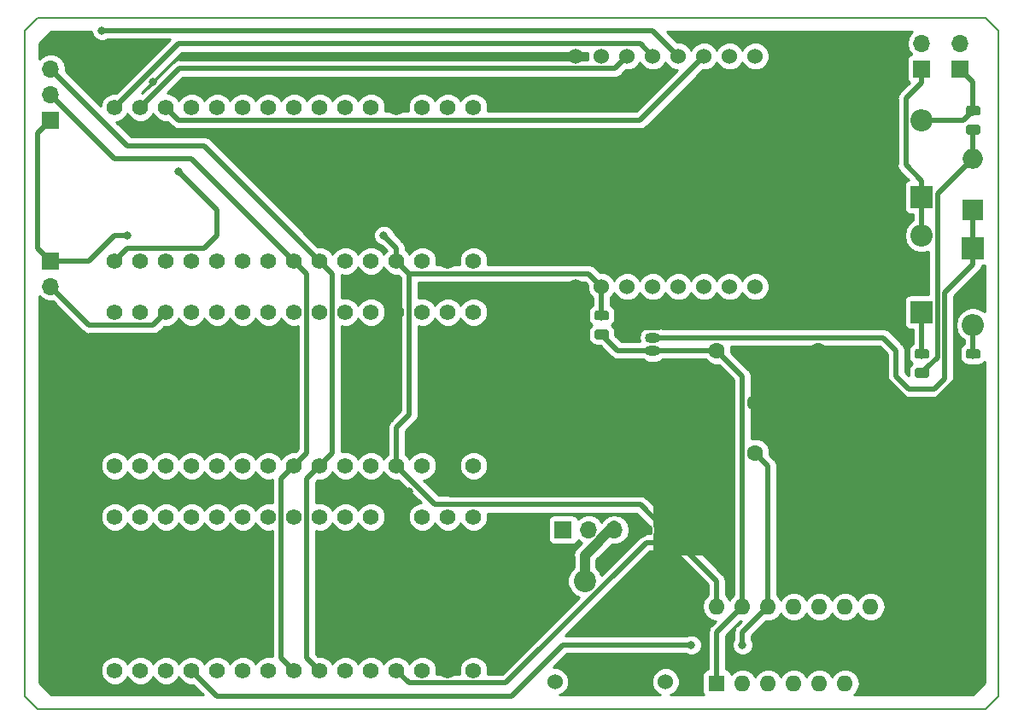
<source format=gtl>
G04 #@! TF.GenerationSoftware,KiCad,Pcbnew,6.0.0-rc1-unknown-7c960aa~66~ubuntu18.04.1*
G04 #@! TF.CreationDate,2019-03-05T20:53:04-05:00*
G04 #@! TF.ProjectId,backdash_v1.5,6261636B646173685F76312E352E6B69,rev?*
G04 #@! TF.SameCoordinates,Original*
G04 #@! TF.FileFunction,Copper,L1,Top,Signal*
G04 #@! TF.FilePolarity,Positive*
%FSLAX46Y46*%
G04 Gerber Fmt 4.6, Leading zero omitted, Abs format (unit mm)*
G04 Created by KiCad (PCBNEW 6.0.0-rc1-unknown-7c960aa~66~ubuntu18.04.1) date Tue 05 Mar 2019 08:53:04 PM EST*
%MOMM*%
%LPD*%
G01*
G04 APERTURE LIST*
G04 #@! TA.AperFunction,NonConductor*
%ADD10C,0.150000*%
G04 #@! TD*
G04 #@! TA.AperFunction,ComponentPad*
%ADD11C,1.574800*%
G04 #@! TD*
G04 #@! TA.AperFunction,ComponentPad*
%ADD12C,1.524000*%
G04 #@! TD*
G04 #@! TA.AperFunction,ComponentPad*
%ADD13O,1.700000X1.700000*%
G04 #@! TD*
G04 #@! TA.AperFunction,ComponentPad*
%ADD14R,1.700000X1.700000*%
G04 #@! TD*
G04 #@! TA.AperFunction,ComponentPad*
%ADD15C,2.200000*%
G04 #@! TD*
G04 #@! TA.AperFunction,Conductor*
%ADD16C,0.100000*%
G04 #@! TD*
G04 #@! TA.AperFunction,SMDPad,CuDef*
%ADD17C,0.975000*%
G04 #@! TD*
G04 #@! TA.AperFunction,ComponentPad*
%ADD18R,1.500000X1.050000*%
G04 #@! TD*
G04 #@! TA.AperFunction,ComponentPad*
%ADD19O,1.500000X1.050000*%
G04 #@! TD*
G04 #@! TA.AperFunction,ComponentPad*
%ADD20O,1.600000X1.600000*%
G04 #@! TD*
G04 #@! TA.AperFunction,ComponentPad*
%ADD21R,1.600000X1.600000*%
G04 #@! TD*
G04 #@! TA.AperFunction,ComponentPad*
%ADD22O,2.200000X2.200000*%
G04 #@! TD*
G04 #@! TA.AperFunction,ComponentPad*
%ADD23R,2.200000X2.200000*%
G04 #@! TD*
G04 #@! TA.AperFunction,ComponentPad*
%ADD24O,2.000000X2.000000*%
G04 #@! TD*
G04 #@! TA.AperFunction,ComponentPad*
%ADD25R,2.000000X2.000000*%
G04 #@! TD*
G04 #@! TA.AperFunction,ComponentPad*
%ADD26C,1.600000*%
G04 #@! TD*
G04 #@! TA.AperFunction,ViaPad*
%ADD27C,0.800000*%
G04 #@! TD*
G04 #@! TA.AperFunction,Conductor*
%ADD28C,0.508000*%
G04 #@! TD*
G04 #@! TA.AperFunction,Conductor*
%ADD29C,1.000000*%
G04 #@! TD*
G04 #@! TA.AperFunction,Conductor*
%ADD30C,0.254000*%
G04 #@! TD*
G04 APERTURE END LIST*
D10*
X62230000Y-19050000D02*
X63500000Y-17780000D01*
X62230000Y-85090000D02*
X62230000Y-19050000D01*
X63500000Y-86360000D02*
X62230000Y-85090000D01*
X157480000Y-86360000D02*
X63500000Y-86360000D01*
X158750000Y-85090000D02*
X157480000Y-86360000D01*
X158750000Y-19050000D02*
X158750000Y-85090000D01*
X157480000Y-17780000D02*
X158750000Y-19050000D01*
X63500000Y-17780000D02*
X157480000Y-17780000D01*
D11*
G04 #@! TO.P,NANO2 // Wheel,30*
G04 #@! TO.N,Net-(NANO2-Pad30)*
X106680000Y-62230000D03*
G04 #@! TO.P,NANO2 // Wheel,1*
G04 #@! TO.N,Net-(NANO2-Pad1)*
X106680000Y-46990000D03*
G04 #@! TO.P,NANO2 // Wheel,29*
G04 #@! TO.N,/GND*
X104140000Y-62230000D03*
G04 #@! TO.P,NANO2 // Wheel,2*
G04 #@! TO.N,Net-(NANO2-Pad2)*
X104140000Y-46990000D03*
G04 #@! TO.P,NANO2 // Wheel,28*
G04 #@! TO.N,/RST*
X101600000Y-62230000D03*
G04 #@! TO.P,NANO2 // Wheel,3*
X101600000Y-46990000D03*
G04 #@! TO.P,NANO2 // Wheel,27*
G04 #@! TO.N,/VCC*
X99060000Y-62230000D03*
G04 #@! TO.P,NANO2 // Wheel,4*
G04 #@! TO.N,/GND*
X99060000Y-46990000D03*
G04 #@! TO.P,NANO2 // Wheel,26*
G04 #@! TO.N,Net-(NANO2-Pad26)*
X96520000Y-62230000D03*
G04 #@! TO.P,NANO2 // Wheel,5*
G04 #@! TO.N,Net-(NANO2-Pad5)*
X96520000Y-46990000D03*
G04 #@! TO.P,NANO2 // Wheel,25*
G04 #@! TO.N,Net-(NANO2-Pad25)*
X93980000Y-62230000D03*
G04 #@! TO.P,NANO2 // Wheel,6*
G04 #@! TO.N,Net-(NANO2-Pad6)*
X93980000Y-46990000D03*
G04 #@! TO.P,NANO2 // Wheel,24*
G04 #@! TO.N,/A5*
X91440000Y-62230000D03*
G04 #@! TO.P,NANO2 // Wheel,7*
G04 #@! TO.N,Net-(NANO2-Pad7)*
X91440000Y-46990000D03*
G04 #@! TO.P,NANO2 // Wheel,23*
G04 #@! TO.N,/A4*
X88900000Y-62230000D03*
G04 #@! TO.P,NANO2 // Wheel,8*
G04 #@! TO.N,Net-(NANO2-Pad8)*
X88900000Y-46990000D03*
G04 #@! TO.P,NANO2 // Wheel,22*
G04 #@! TO.N,Net-(NANO2-Pad22)*
X86360000Y-62230000D03*
G04 #@! TO.P,NANO2 // Wheel,9*
G04 #@! TO.N,Net-(NANO2-Pad9)*
X86360000Y-46990000D03*
G04 #@! TO.P,NANO2 // Wheel,21*
G04 #@! TO.N,Net-(NANO2-Pad21)*
X83820000Y-62230000D03*
G04 #@! TO.P,NANO2 // Wheel,10*
G04 #@! TO.N,Net-(NANO2-Pad10)*
X83820000Y-46990000D03*
G04 #@! TO.P,NANO2 // Wheel,20*
G04 #@! TO.N,Net-(NANO2-Pad20)*
X81280000Y-62230000D03*
G04 #@! TO.P,NANO2 // Wheel,11*
G04 #@! TO.N,Net-(NANO2-Pad11)*
X81280000Y-46990000D03*
G04 #@! TO.P,NANO2 // Wheel,19*
G04 #@! TO.N,Net-(NANO2-Pad19)*
X78740000Y-62230000D03*
G04 #@! TO.P,NANO2 // Wheel,12*
G04 #@! TO.N,Net-(NANO2-Pad12)*
X78740000Y-46990000D03*
G04 #@! TO.P,NANO2 // Wheel,18*
G04 #@! TO.N,Net-(NANO2-Pad18)*
X76200000Y-62230000D03*
G04 #@! TO.P,NANO2 // Wheel,13*
G04 #@! TO.N,/D10*
X76200000Y-46990000D03*
G04 #@! TO.P,NANO2 // Wheel,17*
G04 #@! TO.N,Net-(NANO2-Pad17)*
X73660000Y-62230000D03*
G04 #@! TO.P,NANO2 // Wheel,14*
G04 #@! TO.N,Net-(NANO2-Pad14)*
X73660000Y-46990000D03*
G04 #@! TO.P,NANO2 // Wheel,16*
G04 #@! TO.N,Net-(NANO2-Pad16)*
X71120000Y-62230000D03*
G04 #@! TO.P,NANO2 // Wheel,15*
G04 #@! TO.N,Net-(NANO2-Pad15)*
X71120000Y-46990000D03*
G04 #@! TD*
D12*
G04 #@! TO.P,CAN1,16*
G04 #@! TO.N,/GND*
X116840000Y-44450000D03*
G04 #@! TO.P,CAN1,15*
G04 #@! TO.N,/VCC*
X119380000Y-44450000D03*
G04 #@! TO.P,CAN1,14*
G04 #@! TO.N,Net-(CAN1-Pad14)*
X121920000Y-44450000D03*
G04 #@! TO.P,CAN1,13*
G04 #@! TO.N,Net-(CAN1-Pad13)*
X124460000Y-44450000D03*
G04 #@! TO.P,CAN1,12*
G04 #@! TO.N,Net-(CAN1-Pad12)*
X127000000Y-44450000D03*
G04 #@! TO.P,CAN1,11*
G04 #@! TO.N,Net-(CAN1-Pad11)*
X129540000Y-44450000D03*
G04 #@! TO.P,CAN1,10*
G04 #@! TO.N,/INT*
X132080000Y-44450000D03*
G04 #@! TO.P,CAN1,9*
G04 #@! TO.N,Net-(CAN1-Pad9)*
X134620000Y-44450000D03*
G04 #@! TO.P,CAN1,1*
G04 #@! TO.N,/GND*
X116840000Y-21590000D03*
G04 #@! TO.P,CAN1,2*
G04 #@! TO.N,Net-(CAN1-Pad2)*
X119380000Y-21590000D03*
G04 #@! TO.P,CAN1,3*
G04 #@! TO.N,/SDI*
X121920000Y-21590000D03*
G04 #@! TO.P,CAN1,4*
G04 #@! TO.N,/SDO*
X124460000Y-21590000D03*
G04 #@! TO.P,CAN1,5*
G04 #@! TO.N,/SCK*
X127000000Y-21590000D03*
G04 #@! TO.P,CAN1,6*
G04 #@! TO.N,/CS*
X129540000Y-21590000D03*
G04 #@! TO.P,CAN1,7*
G04 #@! TO.N,/RST*
X132080000Y-21590000D03*
G04 #@! TO.P,CAN1,8*
G04 #@! TO.N,Net-(CAN1-Pad8)*
X134620000Y-21590000D03*
G04 #@! TD*
D13*
G04 #@! TO.P,BUCK1,2*
G04 #@! TO.N,Net-(BUCK1-Pad2)*
X118110000Y-68580000D03*
G04 #@! TO.P,BUCK1,4*
G04 #@! TO.N,/GND*
X123190000Y-68580000D03*
D14*
G04 #@! TO.P,BUCK1,1*
G04 #@! TO.N,Net-(BUCK1-Pad1)*
X115570000Y-68580000D03*
D13*
G04 #@! TO.P,BUCK1,3*
G04 #@! TO.N,/+*
X120650000Y-68580000D03*
G04 #@! TO.P,BUCK1,5*
G04 #@! TO.N,/VCC*
X125730000Y-68580000D03*
G04 #@! TD*
D12*
G04 #@! TO.P,DC1,4*
G04 #@! TO.N,Net-(DC1-Pad4)*
X125730000Y-83660000D03*
G04 #@! TO.P,DC1,3*
G04 #@! TO.N,Net-(DC1-Pad3)*
X114730000Y-83660000D03*
D15*
G04 #@! TO.P,DC1,1*
G04 #@! TO.N,/GND*
X122730000Y-73660000D03*
G04 #@! TO.P,DC1,2*
G04 #@! TO.N,/+*
X117730000Y-73660000D03*
G04 #@! TD*
D11*
G04 #@! TO.P,NANO3 // CVT,15*
G04 #@! TO.N,/SDO*
X71120000Y-26670000D03*
G04 #@! TO.P,NANO3 // CVT,16*
G04 #@! TO.N,/SCK*
X71120000Y-41910000D03*
G04 #@! TO.P,NANO3 // CVT,14*
G04 #@! TO.N,/SDI*
X73660000Y-26670000D03*
G04 #@! TO.P,NANO3 // CVT,17*
G04 #@! TO.N,Net-(NANO3-Pad17)*
X73660000Y-41910000D03*
G04 #@! TO.P,NANO3 // CVT,13*
G04 #@! TO.N,/CS*
X76200000Y-26670000D03*
G04 #@! TO.P,NANO3 // CVT,18*
G04 #@! TO.N,/REF*
X76200000Y-41910000D03*
G04 #@! TO.P,NANO3 // CVT,12*
G04 #@! TO.N,Net-(NANO3-Pad12)*
X78740000Y-26670000D03*
G04 #@! TO.P,NANO3 // CVT,19*
G04 #@! TO.N,Net-(NANO3-Pad19)*
X78740000Y-41910000D03*
G04 #@! TO.P,NANO3 // CVT,11*
G04 #@! TO.N,Net-(NANO3-Pad11)*
X81280000Y-26670000D03*
G04 #@! TO.P,NANO3 // CVT,20*
G04 #@! TO.N,Net-(NANO3-Pad20)*
X81280000Y-41910000D03*
G04 #@! TO.P,NANO3 // CVT,10*
G04 #@! TO.N,Net-(NANO3-Pad10)*
X83820000Y-26670000D03*
G04 #@! TO.P,NANO3 // CVT,21*
G04 #@! TO.N,Net-(NANO3-Pad21)*
X83820000Y-41910000D03*
G04 #@! TO.P,NANO3 // CVT,9*
G04 #@! TO.N,Net-(NANO3-Pad9)*
X86360000Y-26670000D03*
G04 #@! TO.P,NANO3 // CVT,22*
G04 #@! TO.N,Net-(NANO3-Pad22)*
X86360000Y-41910000D03*
G04 #@! TO.P,NANO3 // CVT,8*
G04 #@! TO.N,Net-(NANO3-Pad8)*
X88900000Y-26670000D03*
G04 #@! TO.P,NANO3 // CVT,23*
G04 #@! TO.N,/A4*
X88900000Y-41910000D03*
G04 #@! TO.P,NANO3 // CVT,7*
G04 #@! TO.N,Net-(NANO3-Pad7)*
X91440000Y-26670000D03*
G04 #@! TO.P,NANO3 // CVT,24*
G04 #@! TO.N,/A5*
X91440000Y-41910000D03*
G04 #@! TO.P,NANO3 // CVT,6*
G04 #@! TO.N,Net-(NANO3-Pad6)*
X93980000Y-26670000D03*
G04 #@! TO.P,NANO3 // CVT,25*
G04 #@! TO.N,Net-(NANO3-Pad25)*
X93980000Y-41910000D03*
G04 #@! TO.P,NANO3 // CVT,5*
G04 #@! TO.N,Net-(NANO3-Pad5)*
X96520000Y-26670000D03*
G04 #@! TO.P,NANO3 // CVT,26*
G04 #@! TO.N,Net-(NANO3-Pad26)*
X96520000Y-41910000D03*
G04 #@! TO.P,NANO3 // CVT,4*
G04 #@! TO.N,/GND*
X99060000Y-26670000D03*
G04 #@! TO.P,NANO3 // CVT,27*
G04 #@! TO.N,/VCC*
X99060000Y-41910000D03*
G04 #@! TO.P,NANO3 // CVT,3*
G04 #@! TO.N,/RST*
X101600000Y-26670000D03*
G04 #@! TO.P,NANO3 // CVT,28*
X101600000Y-41910000D03*
G04 #@! TO.P,NANO3 // CVT,2*
G04 #@! TO.N,Net-(NANO3-Pad2)*
X104140000Y-26670000D03*
G04 #@! TO.P,NANO3 // CVT,29*
G04 #@! TO.N,/GND*
X104140000Y-41910000D03*
G04 #@! TO.P,NANO3 // CVT,1*
G04 #@! TO.N,Net-(NANO3-Pad1)*
X106680000Y-26670000D03*
G04 #@! TO.P,NANO3 // CVT,30*
G04 #@! TO.N,Net-(NANO3-Pad30)*
X106680000Y-41910000D03*
G04 #@! TD*
D13*
G04 #@! TO.P,Wheel1,3*
G04 #@! TO.N,/GND*
X64770000Y-46990000D03*
G04 #@! TO.P,Wheel1,2*
G04 #@! TO.N,/D10*
X64770000Y-44450000D03*
D14*
G04 #@! TO.P,Wheel1,1*
G04 #@! TO.N,/VCC*
X64770000Y-41910000D03*
G04 #@! TD*
D16*
G04 #@! TO.N,Net-(C1-Pad1)*
G04 #@! TO.C,R3*
G36*
X119860142Y-48711174D02*
X119883803Y-48714684D01*
X119907007Y-48720496D01*
X119929529Y-48728554D01*
X119951153Y-48738782D01*
X119971670Y-48751079D01*
X119990883Y-48765329D01*
X120008607Y-48781393D01*
X120024671Y-48799117D01*
X120038921Y-48818330D01*
X120051218Y-48838847D01*
X120061446Y-48860471D01*
X120069504Y-48882993D01*
X120075316Y-48906197D01*
X120078826Y-48929858D01*
X120080000Y-48953750D01*
X120080000Y-49441250D01*
X120078826Y-49465142D01*
X120075316Y-49488803D01*
X120069504Y-49512007D01*
X120061446Y-49534529D01*
X120051218Y-49556153D01*
X120038921Y-49576670D01*
X120024671Y-49595883D01*
X120008607Y-49613607D01*
X119990883Y-49629671D01*
X119971670Y-49643921D01*
X119951153Y-49656218D01*
X119929529Y-49666446D01*
X119907007Y-49674504D01*
X119883803Y-49680316D01*
X119860142Y-49683826D01*
X119836250Y-49685000D01*
X118923750Y-49685000D01*
X118899858Y-49683826D01*
X118876197Y-49680316D01*
X118852993Y-49674504D01*
X118830471Y-49666446D01*
X118808847Y-49656218D01*
X118788330Y-49643921D01*
X118769117Y-49629671D01*
X118751393Y-49613607D01*
X118735329Y-49595883D01*
X118721079Y-49576670D01*
X118708782Y-49556153D01*
X118698554Y-49534529D01*
X118690496Y-49512007D01*
X118684684Y-49488803D01*
X118681174Y-49465142D01*
X118680000Y-49441250D01*
X118680000Y-48953750D01*
X118681174Y-48929858D01*
X118684684Y-48906197D01*
X118690496Y-48882993D01*
X118698554Y-48860471D01*
X118708782Y-48838847D01*
X118721079Y-48818330D01*
X118735329Y-48799117D01*
X118751393Y-48781393D01*
X118769117Y-48765329D01*
X118788330Y-48751079D01*
X118808847Y-48738782D01*
X118830471Y-48728554D01*
X118852993Y-48720496D01*
X118876197Y-48714684D01*
X118899858Y-48711174D01*
X118923750Y-48710000D01*
X119836250Y-48710000D01*
X119860142Y-48711174D01*
X119860142Y-48711174D01*
G37*
D17*
G04 #@! TD*
G04 #@! TO.P,R3,2*
G04 #@! TO.N,Net-(C1-Pad1)*
X119380000Y-49197500D03*
D16*
G04 #@! TO.N,/VCC*
G04 #@! TO.C,R3*
G36*
X119860142Y-46836174D02*
X119883803Y-46839684D01*
X119907007Y-46845496D01*
X119929529Y-46853554D01*
X119951153Y-46863782D01*
X119971670Y-46876079D01*
X119990883Y-46890329D01*
X120008607Y-46906393D01*
X120024671Y-46924117D01*
X120038921Y-46943330D01*
X120051218Y-46963847D01*
X120061446Y-46985471D01*
X120069504Y-47007993D01*
X120075316Y-47031197D01*
X120078826Y-47054858D01*
X120080000Y-47078750D01*
X120080000Y-47566250D01*
X120078826Y-47590142D01*
X120075316Y-47613803D01*
X120069504Y-47637007D01*
X120061446Y-47659529D01*
X120051218Y-47681153D01*
X120038921Y-47701670D01*
X120024671Y-47720883D01*
X120008607Y-47738607D01*
X119990883Y-47754671D01*
X119971670Y-47768921D01*
X119951153Y-47781218D01*
X119929529Y-47791446D01*
X119907007Y-47799504D01*
X119883803Y-47805316D01*
X119860142Y-47808826D01*
X119836250Y-47810000D01*
X118923750Y-47810000D01*
X118899858Y-47808826D01*
X118876197Y-47805316D01*
X118852993Y-47799504D01*
X118830471Y-47791446D01*
X118808847Y-47781218D01*
X118788330Y-47768921D01*
X118769117Y-47754671D01*
X118751393Y-47738607D01*
X118735329Y-47720883D01*
X118721079Y-47701670D01*
X118708782Y-47681153D01*
X118698554Y-47659529D01*
X118690496Y-47637007D01*
X118684684Y-47613803D01*
X118681174Y-47590142D01*
X118680000Y-47566250D01*
X118680000Y-47078750D01*
X118681174Y-47054858D01*
X118684684Y-47031197D01*
X118690496Y-47007993D01*
X118698554Y-46985471D01*
X118708782Y-46963847D01*
X118721079Y-46943330D01*
X118735329Y-46924117D01*
X118751393Y-46906393D01*
X118769117Y-46890329D01*
X118788330Y-46876079D01*
X118808847Y-46863782D01*
X118830471Y-46853554D01*
X118852993Y-46845496D01*
X118876197Y-46839684D01*
X118899858Y-46836174D01*
X118923750Y-46835000D01*
X119836250Y-46835000D01*
X119860142Y-46836174D01*
X119860142Y-46836174D01*
G37*
D17*
G04 #@! TD*
G04 #@! TO.P,R3,1*
G04 #@! TO.N,/VCC*
X119380000Y-47322500D03*
D16*
G04 #@! TO.N,Net-(D3-Pad2)*
G04 #@! TO.C,R2*
G36*
X156690142Y-28391174D02*
X156713803Y-28394684D01*
X156737007Y-28400496D01*
X156759529Y-28408554D01*
X156781153Y-28418782D01*
X156801670Y-28431079D01*
X156820883Y-28445329D01*
X156838607Y-28461393D01*
X156854671Y-28479117D01*
X156868921Y-28498330D01*
X156881218Y-28518847D01*
X156891446Y-28540471D01*
X156899504Y-28562993D01*
X156905316Y-28586197D01*
X156908826Y-28609858D01*
X156910000Y-28633750D01*
X156910000Y-29121250D01*
X156908826Y-29145142D01*
X156905316Y-29168803D01*
X156899504Y-29192007D01*
X156891446Y-29214529D01*
X156881218Y-29236153D01*
X156868921Y-29256670D01*
X156854671Y-29275883D01*
X156838607Y-29293607D01*
X156820883Y-29309671D01*
X156801670Y-29323921D01*
X156781153Y-29336218D01*
X156759529Y-29346446D01*
X156737007Y-29354504D01*
X156713803Y-29360316D01*
X156690142Y-29363826D01*
X156666250Y-29365000D01*
X155753750Y-29365000D01*
X155729858Y-29363826D01*
X155706197Y-29360316D01*
X155682993Y-29354504D01*
X155660471Y-29346446D01*
X155638847Y-29336218D01*
X155618330Y-29323921D01*
X155599117Y-29309671D01*
X155581393Y-29293607D01*
X155565329Y-29275883D01*
X155551079Y-29256670D01*
X155538782Y-29236153D01*
X155528554Y-29214529D01*
X155520496Y-29192007D01*
X155514684Y-29168803D01*
X155511174Y-29145142D01*
X155510000Y-29121250D01*
X155510000Y-28633750D01*
X155511174Y-28609858D01*
X155514684Y-28586197D01*
X155520496Y-28562993D01*
X155528554Y-28540471D01*
X155538782Y-28518847D01*
X155551079Y-28498330D01*
X155565329Y-28479117D01*
X155581393Y-28461393D01*
X155599117Y-28445329D01*
X155618330Y-28431079D01*
X155638847Y-28418782D01*
X155660471Y-28408554D01*
X155682993Y-28400496D01*
X155706197Y-28394684D01*
X155729858Y-28391174D01*
X155753750Y-28390000D01*
X156666250Y-28390000D01*
X156690142Y-28391174D01*
X156690142Y-28391174D01*
G37*
D17*
G04 #@! TD*
G04 #@! TO.P,R2,2*
G04 #@! TO.N,Net-(D3-Pad2)*
X156210000Y-28877500D03*
D16*
G04 #@! TO.N,Net-(D1-Pad2)*
G04 #@! TO.C,R2*
G36*
X156690142Y-26516174D02*
X156713803Y-26519684D01*
X156737007Y-26525496D01*
X156759529Y-26533554D01*
X156781153Y-26543782D01*
X156801670Y-26556079D01*
X156820883Y-26570329D01*
X156838607Y-26586393D01*
X156854671Y-26604117D01*
X156868921Y-26623330D01*
X156881218Y-26643847D01*
X156891446Y-26665471D01*
X156899504Y-26687993D01*
X156905316Y-26711197D01*
X156908826Y-26734858D01*
X156910000Y-26758750D01*
X156910000Y-27246250D01*
X156908826Y-27270142D01*
X156905316Y-27293803D01*
X156899504Y-27317007D01*
X156891446Y-27339529D01*
X156881218Y-27361153D01*
X156868921Y-27381670D01*
X156854671Y-27400883D01*
X156838607Y-27418607D01*
X156820883Y-27434671D01*
X156801670Y-27448921D01*
X156781153Y-27461218D01*
X156759529Y-27471446D01*
X156737007Y-27479504D01*
X156713803Y-27485316D01*
X156690142Y-27488826D01*
X156666250Y-27490000D01*
X155753750Y-27490000D01*
X155729858Y-27488826D01*
X155706197Y-27485316D01*
X155682993Y-27479504D01*
X155660471Y-27471446D01*
X155638847Y-27461218D01*
X155618330Y-27448921D01*
X155599117Y-27434671D01*
X155581393Y-27418607D01*
X155565329Y-27400883D01*
X155551079Y-27381670D01*
X155538782Y-27361153D01*
X155528554Y-27339529D01*
X155520496Y-27317007D01*
X155514684Y-27293803D01*
X155511174Y-27270142D01*
X155510000Y-27246250D01*
X155510000Y-26758750D01*
X155511174Y-26734858D01*
X155514684Y-26711197D01*
X155520496Y-26687993D01*
X155528554Y-26665471D01*
X155538782Y-26643847D01*
X155551079Y-26623330D01*
X155565329Y-26604117D01*
X155581393Y-26586393D01*
X155599117Y-26570329D01*
X155618330Y-26556079D01*
X155638847Y-26543782D01*
X155660471Y-26533554D01*
X155682993Y-26525496D01*
X155706197Y-26519684D01*
X155729858Y-26516174D01*
X155753750Y-26515000D01*
X156666250Y-26515000D01*
X156690142Y-26516174D01*
X156690142Y-26516174D01*
G37*
D17*
G04 #@! TD*
G04 #@! TO.P,R2,1*
G04 #@! TO.N,Net-(D1-Pad2)*
X156210000Y-27002500D03*
D16*
G04 #@! TO.N,Net-(D2-Pad1)*
G04 #@! TO.C,R1*
G36*
X151610142Y-50646174D02*
X151633803Y-50649684D01*
X151657007Y-50655496D01*
X151679529Y-50663554D01*
X151701153Y-50673782D01*
X151721670Y-50686079D01*
X151740883Y-50700329D01*
X151758607Y-50716393D01*
X151774671Y-50734117D01*
X151788921Y-50753330D01*
X151801218Y-50773847D01*
X151811446Y-50795471D01*
X151819504Y-50817993D01*
X151825316Y-50841197D01*
X151828826Y-50864858D01*
X151830000Y-50888750D01*
X151830000Y-51376250D01*
X151828826Y-51400142D01*
X151825316Y-51423803D01*
X151819504Y-51447007D01*
X151811446Y-51469529D01*
X151801218Y-51491153D01*
X151788921Y-51511670D01*
X151774671Y-51530883D01*
X151758607Y-51548607D01*
X151740883Y-51564671D01*
X151721670Y-51578921D01*
X151701153Y-51591218D01*
X151679529Y-51601446D01*
X151657007Y-51609504D01*
X151633803Y-51615316D01*
X151610142Y-51618826D01*
X151586250Y-51620000D01*
X150673750Y-51620000D01*
X150649858Y-51618826D01*
X150626197Y-51615316D01*
X150602993Y-51609504D01*
X150580471Y-51601446D01*
X150558847Y-51591218D01*
X150538330Y-51578921D01*
X150519117Y-51564671D01*
X150501393Y-51548607D01*
X150485329Y-51530883D01*
X150471079Y-51511670D01*
X150458782Y-51491153D01*
X150448554Y-51469529D01*
X150440496Y-51447007D01*
X150434684Y-51423803D01*
X150431174Y-51400142D01*
X150430000Y-51376250D01*
X150430000Y-50888750D01*
X150431174Y-50864858D01*
X150434684Y-50841197D01*
X150440496Y-50817993D01*
X150448554Y-50795471D01*
X150458782Y-50773847D01*
X150471079Y-50753330D01*
X150485329Y-50734117D01*
X150501393Y-50716393D01*
X150519117Y-50700329D01*
X150538330Y-50686079D01*
X150558847Y-50673782D01*
X150580471Y-50663554D01*
X150602993Y-50655496D01*
X150626197Y-50649684D01*
X150649858Y-50646174D01*
X150673750Y-50645000D01*
X151586250Y-50645000D01*
X151610142Y-50646174D01*
X151610142Y-50646174D01*
G37*
D17*
G04 #@! TD*
G04 #@! TO.P,R1,2*
G04 #@! TO.N,Net-(D2-Pad1)*
X151130000Y-51132500D03*
D16*
G04 #@! TO.N,Net-(D3-Pad2)*
G04 #@! TO.C,R1*
G36*
X151610142Y-52521174D02*
X151633803Y-52524684D01*
X151657007Y-52530496D01*
X151679529Y-52538554D01*
X151701153Y-52548782D01*
X151721670Y-52561079D01*
X151740883Y-52575329D01*
X151758607Y-52591393D01*
X151774671Y-52609117D01*
X151788921Y-52628330D01*
X151801218Y-52648847D01*
X151811446Y-52670471D01*
X151819504Y-52692993D01*
X151825316Y-52716197D01*
X151828826Y-52739858D01*
X151830000Y-52763750D01*
X151830000Y-53251250D01*
X151828826Y-53275142D01*
X151825316Y-53298803D01*
X151819504Y-53322007D01*
X151811446Y-53344529D01*
X151801218Y-53366153D01*
X151788921Y-53386670D01*
X151774671Y-53405883D01*
X151758607Y-53423607D01*
X151740883Y-53439671D01*
X151721670Y-53453921D01*
X151701153Y-53466218D01*
X151679529Y-53476446D01*
X151657007Y-53484504D01*
X151633803Y-53490316D01*
X151610142Y-53493826D01*
X151586250Y-53495000D01*
X150673750Y-53495000D01*
X150649858Y-53493826D01*
X150626197Y-53490316D01*
X150602993Y-53484504D01*
X150580471Y-53476446D01*
X150558847Y-53466218D01*
X150538330Y-53453921D01*
X150519117Y-53439671D01*
X150501393Y-53423607D01*
X150485329Y-53405883D01*
X150471079Y-53386670D01*
X150458782Y-53366153D01*
X150448554Y-53344529D01*
X150440496Y-53322007D01*
X150434684Y-53298803D01*
X150431174Y-53275142D01*
X150430000Y-53251250D01*
X150430000Y-52763750D01*
X150431174Y-52739858D01*
X150434684Y-52716197D01*
X150440496Y-52692993D01*
X150448554Y-52670471D01*
X150458782Y-52648847D01*
X150471079Y-52628330D01*
X150485329Y-52609117D01*
X150501393Y-52591393D01*
X150519117Y-52575329D01*
X150538330Y-52561079D01*
X150558847Y-52548782D01*
X150580471Y-52538554D01*
X150602993Y-52530496D01*
X150626197Y-52524684D01*
X150649858Y-52521174D01*
X150673750Y-52520000D01*
X151586250Y-52520000D01*
X151610142Y-52521174D01*
X151610142Y-52521174D01*
G37*
D17*
G04 #@! TD*
G04 #@! TO.P,R1,1*
G04 #@! TO.N,Net-(D3-Pad2)*
X151130000Y-53007500D03*
D18*
G04 #@! TO.P,Q1,1*
G04 #@! TO.N,/GND*
X124460000Y-48260000D03*
D19*
G04 #@! TO.P,Q1,3*
G04 #@! TO.N,Net-(C1-Pad1)*
X124460000Y-50800000D03*
G04 #@! TO.P,Q1,2*
G04 #@! TO.N,Net-(D3-Pad1)*
X124460000Y-49530000D03*
G04 #@! TD*
D11*
G04 #@! TO.P,NANO1 // Tach,30*
G04 #@! TO.N,Net-(NANO1-Pad30)*
X106680000Y-82550000D03*
G04 #@! TO.P,NANO1 // Tach,1*
G04 #@! TO.N,Net-(NANO1-Pad1)*
X106680000Y-67310000D03*
G04 #@! TO.P,NANO1 // Tach,29*
G04 #@! TO.N,/GND*
X104140000Y-82550000D03*
G04 #@! TO.P,NANO1 // Tach,2*
G04 #@! TO.N,Net-(NANO1-Pad2)*
X104140000Y-67310000D03*
G04 #@! TO.P,NANO1 // Tach,28*
G04 #@! TO.N,/RST*
X101600000Y-82550000D03*
G04 #@! TO.P,NANO1 // Tach,3*
X101600000Y-67310000D03*
G04 #@! TO.P,NANO1 // Tach,27*
G04 #@! TO.N,/VCC*
X99060000Y-82550000D03*
G04 #@! TO.P,NANO1 // Tach,4*
G04 #@! TO.N,/GND*
X99060000Y-67310000D03*
G04 #@! TO.P,NANO1 // Tach,26*
G04 #@! TO.N,Net-(NANO1-Pad26)*
X96520000Y-82550000D03*
G04 #@! TO.P,NANO1 // Tach,5*
G04 #@! TO.N,Net-(NANO1-Pad5)*
X96520000Y-67310000D03*
G04 #@! TO.P,NANO1 // Tach,25*
G04 #@! TO.N,Net-(NANO1-Pad25)*
X93980000Y-82550000D03*
G04 #@! TO.P,NANO1 // Tach,6*
G04 #@! TO.N,Net-(NANO1-Pad6)*
X93980000Y-67310000D03*
G04 #@! TO.P,NANO1 // Tach,24*
G04 #@! TO.N,/A5*
X91440000Y-82550000D03*
G04 #@! TO.P,NANO1 // Tach,7*
G04 #@! TO.N,Net-(NANO1-Pad7)*
X91440000Y-67310000D03*
G04 #@! TO.P,NANO1 // Tach,23*
G04 #@! TO.N,/A4*
X88900000Y-82550000D03*
G04 #@! TO.P,NANO1 // Tach,8*
G04 #@! TO.N,Net-(NANO1-Pad8)*
X88900000Y-67310000D03*
G04 #@! TO.P,NANO1 // Tach,22*
G04 #@! TO.N,Net-(NANO1-Pad22)*
X86360000Y-82550000D03*
G04 #@! TO.P,NANO1 // Tach,9*
G04 #@! TO.N,Net-(NANO1-Pad9)*
X86360000Y-67310000D03*
G04 #@! TO.P,NANO1 // Tach,21*
G04 #@! TO.N,Net-(NANO1-Pad21)*
X83820000Y-82550000D03*
G04 #@! TO.P,NANO1 // Tach,10*
G04 #@! TO.N,Net-(NANO1-Pad10)*
X83820000Y-67310000D03*
G04 #@! TO.P,NANO1 // Tach,20*
G04 #@! TO.N,Net-(NANO1-Pad20)*
X81280000Y-82550000D03*
G04 #@! TO.P,NANO1 // Tach,11*
G04 #@! TO.N,Net-(NANO1-Pad11)*
X81280000Y-67310000D03*
G04 #@! TO.P,NANO1 // Tach,19*
G04 #@! TO.N,/A0*
X78740000Y-82550000D03*
G04 #@! TO.P,NANO1 // Tach,12*
G04 #@! TO.N,Net-(NANO1-Pad12)*
X78740000Y-67310000D03*
G04 #@! TO.P,NANO1 // Tach,18*
G04 #@! TO.N,Net-(NANO1-Pad18)*
X76200000Y-82550000D03*
G04 #@! TO.P,NANO1 // Tach,13*
G04 #@! TO.N,Net-(NANO1-Pad13)*
X76200000Y-67310000D03*
G04 #@! TO.P,NANO1 // Tach,17*
G04 #@! TO.N,Net-(NANO1-Pad17)*
X73660000Y-82550000D03*
G04 #@! TO.P,NANO1 // Tach,14*
G04 #@! TO.N,Net-(NANO1-Pad14)*
X73660000Y-67310000D03*
G04 #@! TO.P,NANO1 // Tach,16*
G04 #@! TO.N,Net-(NANO1-Pad16)*
X71120000Y-82550000D03*
G04 #@! TO.P,NANO1 // Tach,15*
G04 #@! TO.N,Net-(NANO1-Pad15)*
X71120000Y-67310000D03*
G04 #@! TD*
D13*
G04 #@! TO.P,In2,2*
G04 #@! TO.N,N/C*
X154940000Y-20320000D03*
D14*
G04 #@! TO.P,In2,1*
G04 #@! TO.N,Net-(D1-Pad2)*
X154940000Y-22860000D03*
G04 #@! TD*
D13*
G04 #@! TO.P,In1,2*
G04 #@! TO.N,N/C*
X151130000Y-20320000D03*
D14*
G04 #@! TO.P,In1,1*
G04 #@! TO.N,Net-(D1-Pad1)*
X151130000Y-22860000D03*
G04 #@! TD*
D16*
G04 #@! TO.N,/GND*
G04 #@! TO.C,DNP1*
G36*
X156690142Y-52521174D02*
X156713803Y-52524684D01*
X156737007Y-52530496D01*
X156759529Y-52538554D01*
X156781153Y-52548782D01*
X156801670Y-52561079D01*
X156820883Y-52575329D01*
X156838607Y-52591393D01*
X156854671Y-52609117D01*
X156868921Y-52628330D01*
X156881218Y-52648847D01*
X156891446Y-52670471D01*
X156899504Y-52692993D01*
X156905316Y-52716197D01*
X156908826Y-52739858D01*
X156910000Y-52763750D01*
X156910000Y-53251250D01*
X156908826Y-53275142D01*
X156905316Y-53298803D01*
X156899504Y-53322007D01*
X156891446Y-53344529D01*
X156881218Y-53366153D01*
X156868921Y-53386670D01*
X156854671Y-53405883D01*
X156838607Y-53423607D01*
X156820883Y-53439671D01*
X156801670Y-53453921D01*
X156781153Y-53466218D01*
X156759529Y-53476446D01*
X156737007Y-53484504D01*
X156713803Y-53490316D01*
X156690142Y-53493826D01*
X156666250Y-53495000D01*
X155753750Y-53495000D01*
X155729858Y-53493826D01*
X155706197Y-53490316D01*
X155682993Y-53484504D01*
X155660471Y-53476446D01*
X155638847Y-53466218D01*
X155618330Y-53453921D01*
X155599117Y-53439671D01*
X155581393Y-53423607D01*
X155565329Y-53405883D01*
X155551079Y-53386670D01*
X155538782Y-53366153D01*
X155528554Y-53344529D01*
X155520496Y-53322007D01*
X155514684Y-53298803D01*
X155511174Y-53275142D01*
X155510000Y-53251250D01*
X155510000Y-52763750D01*
X155511174Y-52739858D01*
X155514684Y-52716197D01*
X155520496Y-52692993D01*
X155528554Y-52670471D01*
X155538782Y-52648847D01*
X155551079Y-52628330D01*
X155565329Y-52609117D01*
X155581393Y-52591393D01*
X155599117Y-52575329D01*
X155618330Y-52561079D01*
X155638847Y-52548782D01*
X155660471Y-52538554D01*
X155682993Y-52530496D01*
X155706197Y-52524684D01*
X155729858Y-52521174D01*
X155753750Y-52520000D01*
X156666250Y-52520000D01*
X156690142Y-52521174D01*
X156690142Y-52521174D01*
G37*
D17*
G04 #@! TD*
G04 #@! TO.P,DNP1,2*
G04 #@! TO.N,/GND*
X156210000Y-53007500D03*
D16*
G04 #@! TO.N,Net-(D4-Pad2)*
G04 #@! TO.C,DNP1*
G36*
X156690142Y-50646174D02*
X156713803Y-50649684D01*
X156737007Y-50655496D01*
X156759529Y-50663554D01*
X156781153Y-50673782D01*
X156801670Y-50686079D01*
X156820883Y-50700329D01*
X156838607Y-50716393D01*
X156854671Y-50734117D01*
X156868921Y-50753330D01*
X156881218Y-50773847D01*
X156891446Y-50795471D01*
X156899504Y-50817993D01*
X156905316Y-50841197D01*
X156908826Y-50864858D01*
X156910000Y-50888750D01*
X156910000Y-51376250D01*
X156908826Y-51400142D01*
X156905316Y-51423803D01*
X156899504Y-51447007D01*
X156891446Y-51469529D01*
X156881218Y-51491153D01*
X156868921Y-51511670D01*
X156854671Y-51530883D01*
X156838607Y-51548607D01*
X156820883Y-51564671D01*
X156801670Y-51578921D01*
X156781153Y-51591218D01*
X156759529Y-51601446D01*
X156737007Y-51609504D01*
X156713803Y-51615316D01*
X156690142Y-51618826D01*
X156666250Y-51620000D01*
X155753750Y-51620000D01*
X155729858Y-51618826D01*
X155706197Y-51615316D01*
X155682993Y-51609504D01*
X155660471Y-51601446D01*
X155638847Y-51591218D01*
X155618330Y-51578921D01*
X155599117Y-51564671D01*
X155581393Y-51548607D01*
X155565329Y-51530883D01*
X155551079Y-51511670D01*
X155538782Y-51491153D01*
X155528554Y-51469529D01*
X155520496Y-51447007D01*
X155514684Y-51423803D01*
X155511174Y-51400142D01*
X155510000Y-51376250D01*
X155510000Y-50888750D01*
X155511174Y-50864858D01*
X155514684Y-50841197D01*
X155520496Y-50817993D01*
X155528554Y-50795471D01*
X155538782Y-50773847D01*
X155551079Y-50753330D01*
X155565329Y-50734117D01*
X155581393Y-50716393D01*
X155599117Y-50700329D01*
X155618330Y-50686079D01*
X155638847Y-50673782D01*
X155660471Y-50663554D01*
X155682993Y-50655496D01*
X155706197Y-50649684D01*
X155729858Y-50646174D01*
X155753750Y-50645000D01*
X156666250Y-50645000D01*
X156690142Y-50646174D01*
X156690142Y-50646174D01*
G37*
D17*
G04 #@! TD*
G04 #@! TO.P,DNP1,1*
G04 #@! TO.N,Net-(D4-Pad2)*
X156210000Y-51132500D03*
D20*
G04 #@! TO.P,DIP1,14*
G04 #@! TO.N,/VCC*
X130810000Y-76200000D03*
G04 #@! TO.P,DIP1,7*
G04 #@! TO.N,/GND*
X146050000Y-83820000D03*
G04 #@! TO.P,DIP1,13*
G04 #@! TO.N,Net-(C1-Pad1)*
X133350000Y-76200000D03*
G04 #@! TO.P,DIP1,6*
G04 #@! TO.N,Net-(DIP1-Pad6)*
X143510000Y-83820000D03*
G04 #@! TO.P,DIP1,12*
G04 #@! TO.N,/A0*
X135890000Y-76200000D03*
G04 #@! TO.P,DIP1,5*
G04 #@! TO.N,Net-(DIP1-Pad5)*
X140970000Y-83820000D03*
G04 #@! TO.P,DIP1,11*
G04 #@! TO.N,Net-(DIP1-Pad11)*
X138430000Y-76200000D03*
G04 #@! TO.P,DIP1,4*
G04 #@! TO.N,Net-(DIP1-Pad4)*
X138430000Y-83820000D03*
G04 #@! TO.P,DIP1,10*
G04 #@! TO.N,Net-(DIP1-Pad10)*
X140970000Y-76200000D03*
G04 #@! TO.P,DIP1,3*
G04 #@! TO.N,Net-(DIP1-Pad3)*
X135890000Y-83820000D03*
G04 #@! TO.P,DIP1,9*
G04 #@! TO.N,Net-(DIP1-Pad9)*
X143510000Y-76200000D03*
G04 #@! TO.P,DIP1,2*
G04 #@! TO.N,Net-(DIP1-Pad2)*
X133350000Y-83820000D03*
G04 #@! TO.P,DIP1,8*
G04 #@! TO.N,Net-(DIP1-Pad8)*
X146050000Y-76200000D03*
D21*
G04 #@! TO.P,DIP1,1*
G04 #@! TO.N,Net-(C1-Pad1)*
X130810000Y-83820000D03*
G04 #@! TD*
D22*
G04 #@! TO.P,D4,2*
G04 #@! TO.N,Net-(D4-Pad2)*
X156210000Y-48260000D03*
D23*
G04 #@! TO.P,D4,1*
G04 #@! TO.N,Net-(D3-Pad1)*
X156210000Y-40640000D03*
G04 #@! TD*
D24*
G04 #@! TO.P,D3,2*
G04 #@! TO.N,Net-(D3-Pad2)*
X156210000Y-31750000D03*
D25*
G04 #@! TO.P,D3,1*
G04 #@! TO.N,Net-(D3-Pad1)*
X156210000Y-36830000D03*
G04 #@! TD*
D22*
G04 #@! TO.P,D2,2*
G04 #@! TO.N,Net-(D1-Pad1)*
X151130000Y-39370000D03*
D23*
G04 #@! TO.P,D2,1*
G04 #@! TO.N,Net-(D2-Pad1)*
X151130000Y-46990000D03*
G04 #@! TD*
D22*
G04 #@! TO.P,D1,2*
G04 #@! TO.N,Net-(D1-Pad2)*
X151130000Y-27940000D03*
D23*
G04 #@! TO.P,D1,1*
G04 #@! TO.N,Net-(D1-Pad1)*
X151130000Y-35560000D03*
G04 #@! TD*
D13*
G04 #@! TO.P,CVT1,4*
G04 #@! TO.N,/GND*
X64770000Y-20320000D03*
G04 #@! TO.P,CVT1,3*
G04 #@! TO.N,/A5*
X64770000Y-22860000D03*
G04 #@! TO.P,CVT1,2*
G04 #@! TO.N,/A4*
X64770000Y-25400000D03*
D14*
G04 #@! TO.P,CVT1,1*
G04 #@! TO.N,/VCC*
X64770000Y-27940000D03*
G04 #@! TD*
D26*
G04 #@! TO.P,C2,2*
G04 #@! TO.N,/GND*
X134620000Y-55960000D03*
G04 #@! TO.P,C2,1*
G04 #@! TO.N,/A0*
X134620000Y-60960000D03*
G04 #@! TD*
G04 #@! TO.P,C1,2*
G04 #@! TO.N,/GND*
X140810000Y-50800000D03*
G04 #@! TO.P,C1,1*
G04 #@! TO.N,Net-(C1-Pad1)*
X130810000Y-50800000D03*
G04 #@! TD*
D27*
G04 #@! TO.N,/GND*
X92710000Y-80010000D03*
X149860000Y-83820000D03*
X156210000Y-83820000D03*
X156210000Y-78740000D03*
X156210000Y-73660000D03*
X156210000Y-68580000D03*
X156210000Y-63500000D03*
X156210000Y-58420000D03*
X156210000Y-53007500D03*
X146050000Y-52070000D03*
X151130000Y-57150000D03*
X146050000Y-57150000D03*
X135890000Y-52070000D03*
X135890000Y-58420000D03*
X138430000Y-60960000D03*
X138430000Y-66040000D03*
X138430000Y-71120000D03*
X130810000Y-69850000D03*
X130810000Y-64770000D03*
X130810000Y-59690000D03*
X130810000Y-54610000D03*
X129540000Y-53340000D03*
X124460000Y-53340000D03*
X119380000Y-52070000D03*
X121920000Y-48260000D03*
X119380000Y-77470000D03*
X125730000Y-77470000D03*
X125730000Y-72390000D03*
X116840000Y-82550000D03*
X121920000Y-82550000D03*
X92710000Y-74930000D03*
X92710000Y-69850000D03*
X97790000Y-69850000D03*
X102870000Y-69850000D03*
X107950000Y-69850000D03*
X111760000Y-68580000D03*
X97790000Y-80010000D03*
X102870000Y-80010000D03*
X113030000Y-77470000D03*
X120650000Y-63500000D03*
X115570000Y-63500000D03*
X110490000Y-63500000D03*
X105410000Y-63500000D03*
X102870000Y-58420000D03*
X102870000Y-53340000D03*
X102870000Y-48260000D03*
X116840000Y-48260000D03*
X135890000Y-46990000D03*
X140970000Y-46990000D03*
X146050000Y-46990000D03*
X149860000Y-43180000D03*
X64770000Y-49530000D03*
X64770000Y-54610000D03*
X64770000Y-59690000D03*
X64770000Y-64770000D03*
X64770000Y-69850000D03*
X64770000Y-74930000D03*
X64770000Y-80010000D03*
X85090000Y-80010000D03*
X85090000Y-74930000D03*
X85090000Y-69850000D03*
X85090000Y-64770000D03*
X92710000Y-64770000D03*
X100330000Y-64770000D03*
X99060000Y-54610000D03*
X97790000Y-59690000D03*
X87630000Y-59690000D03*
X87630000Y-54610000D03*
X80010000Y-64770000D03*
X74930000Y-64770000D03*
X69850000Y-64770000D03*
X82550000Y-59690000D03*
X77470000Y-59690000D03*
X72390000Y-59690000D03*
X80010000Y-69850000D03*
X74930000Y-69850000D03*
X69850000Y-69850000D03*
X80010000Y-80010000D03*
X74930000Y-80010000D03*
X69850000Y-80010000D03*
X93980000Y-59690000D03*
X93980000Y-54610000D03*
X88900000Y-36830000D03*
X81280000Y-29210000D03*
X85090000Y-33020000D03*
X86360000Y-29210000D03*
X91440000Y-29210000D03*
X96520000Y-29210000D03*
X101600000Y-29210000D03*
X106680000Y-29210000D03*
X111760000Y-29210000D03*
X116840000Y-29210000D03*
X121920000Y-29210000D03*
X127000000Y-26670000D03*
X130810000Y-22860000D03*
X130810000Y-46990000D03*
X125730000Y-46990000D03*
X125730000Y-41910000D03*
X130810000Y-41910000D03*
X135890000Y-41910000D03*
X147320000Y-33020000D03*
X148590000Y-38100000D03*
X147320000Y-27940000D03*
X148590000Y-24130000D03*
X148590000Y-20320000D03*
X144780000Y-20320000D03*
X139700000Y-20320000D03*
X135890000Y-22860000D03*
X74930000Y-20320000D03*
X72390000Y-22860000D03*
X66040000Y-21590000D03*
X95250000Y-36830000D03*
X101600000Y-39370000D03*
X109220000Y-41910000D03*
X114300000Y-41910000D03*
X120650000Y-41910000D03*
X109220000Y-36830000D03*
X106680000Y-36830000D03*
X106680000Y-34290000D03*
X106680000Y-31750000D03*
X109220000Y-31750000D03*
X109220000Y-34290000D03*
X109220000Y-26670000D03*
X106680000Y-52070000D03*
X106680000Y-54610000D03*
X106680000Y-57150000D03*
X109220000Y-57150000D03*
X109220000Y-54610000D03*
X109220000Y-52070000D03*
X109220000Y-62230000D03*
X68580000Y-62230000D03*
X68580000Y-67310000D03*
X68580000Y-82550000D03*
X64770000Y-83820000D03*
X109220000Y-82550000D03*
X109220000Y-77470000D03*
X111760000Y-73660000D03*
X111760000Y-53340000D03*
X111760000Y-33020000D03*
X109220000Y-72390000D03*
X109220000Y-67310000D03*
X109220000Y-74930000D03*
X106680000Y-74930000D03*
X106680000Y-77470000D03*
X106680000Y-72390000D03*
X93980000Y-44450000D03*
X99060000Y-44450000D03*
X72390000Y-50800000D03*
X68580000Y-50800000D03*
X77470000Y-49530000D03*
X82550000Y-49530000D03*
X87630000Y-49530000D03*
X93980000Y-49530000D03*
X99060000Y-49530000D03*
X102870000Y-44450000D03*
X102870000Y-44450000D03*
X102870000Y-44450000D03*
X109220000Y-44450000D03*
X114300000Y-44450000D03*
X109220000Y-46990000D03*
X106680000Y-39370000D03*
X128270000Y-82550000D03*
X135890000Y-78740000D03*
X135890000Y-81280000D03*
X142240000Y-81280000D03*
X140970000Y-52070000D03*
X116840000Y-26670000D03*
X116840000Y-24130000D03*
X106680000Y-24130000D03*
X101600000Y-24130000D03*
X96520000Y-24130000D03*
X91440000Y-24130000D03*
X86360000Y-24130000D03*
X81280000Y-24130000D03*
X81280000Y-21590000D03*
X86360000Y-21590000D03*
X91440000Y-21590000D03*
X96520000Y-21590000D03*
X101600000Y-21590000D03*
X106680000Y-21590000D03*
X111760000Y-21590000D03*
X74930000Y-24130000D03*
X130810000Y-20320000D03*
G04 #@! TO.N,/VCC*
X97790000Y-39370000D03*
X72390000Y-39370000D03*
X125730000Y-64770000D03*
G04 #@! TO.N,/A0*
X133350000Y-80010000D03*
X128270000Y-80010000D03*
G04 #@! TO.N,/SCK*
X69850000Y-19050000D03*
X77470000Y-33020000D03*
G04 #@! TD*
D28*
G04 #@! TO.N,/GND*
X156210000Y-53007500D02*
X156210000Y-53007500D01*
X155272500Y-53007500D02*
X152400000Y-55880000D01*
X152400000Y-55880000D02*
X149860000Y-55880000D01*
X144780000Y-50800000D02*
X140810000Y-50800000D01*
X149860000Y-55880000D02*
X146050000Y-52070000D01*
X140810000Y-50800000D02*
X138430000Y-50800000D01*
X134620000Y-54610000D02*
X134620000Y-55960000D01*
X138430000Y-50800000D02*
X134620000Y-54610000D01*
X156210000Y-53007500D02*
X155272500Y-53007500D01*
X146050000Y-52070000D02*
X144780000Y-50800000D01*
G04 #@! TO.N,/VCC*
X64770000Y-27940000D02*
X63500000Y-29210000D01*
X63500000Y-29210000D02*
X63500000Y-40640000D01*
X63500000Y-40640000D02*
X64770000Y-41910000D01*
X64770000Y-41910000D02*
X66128000Y-41910000D01*
X66128000Y-41910000D02*
X67310000Y-41910000D01*
X67310000Y-41910000D02*
X68580000Y-41910000D01*
X68580000Y-41910000D02*
X71120000Y-39370000D01*
X71120000Y-39370000D02*
X72390000Y-39370000D01*
X72390000Y-39370000D02*
X72390000Y-39370000D01*
X97790000Y-39370000D02*
X99060000Y-40640000D01*
X99060000Y-40640000D02*
X99060000Y-41910000D01*
X118618001Y-43688001D02*
X119380000Y-44450000D01*
X118110000Y-43180000D02*
X118618001Y-43688001D01*
X100330000Y-43180000D02*
X118110000Y-43180000D01*
X99060000Y-41910000D02*
X100330000Y-43180000D01*
X123218599Y-66068599D02*
X125730000Y-68580000D01*
X104168599Y-66068599D02*
X123218599Y-66068599D01*
X100330000Y-43180000D02*
X100330000Y-57150000D01*
X100330000Y-57150000D02*
X99060000Y-58420000D01*
X130810000Y-73660000D02*
X125730000Y-68580000D01*
X130810000Y-76200000D02*
X130810000Y-73660000D01*
X109898521Y-83791401D02*
X123839922Y-69850000D01*
X99060000Y-82550000D02*
X100301401Y-83791401D01*
X100301401Y-83791401D02*
X109898521Y-83791401D01*
X123839922Y-69850000D02*
X125730000Y-69850000D01*
X125730000Y-69850000D02*
X125730000Y-68580000D01*
X119380000Y-44450000D02*
X119380000Y-47322500D01*
X99060000Y-58420000D02*
X99060000Y-62230000D01*
X99060000Y-62230000D02*
X102870000Y-66040000D01*
X104140000Y-66040000D02*
X104168599Y-66068599D01*
X102870000Y-66040000D02*
X104140000Y-66040000D01*
G04 #@! TO.N,/A5*
X64770000Y-22860000D02*
X72390000Y-30480000D01*
X80010000Y-30480000D02*
X91440000Y-41910000D01*
X72390000Y-30480000D02*
X80010000Y-30480000D01*
X90170000Y-81280000D02*
X91440000Y-82550000D01*
X92710000Y-60960000D02*
X91440000Y-62230000D01*
X91440000Y-41910000D02*
X92710000Y-43180000D01*
X92710000Y-43180000D02*
X92710000Y-60960000D01*
X91440000Y-62230000D02*
X90170000Y-63500000D01*
X90170000Y-63500000D02*
X90170000Y-81280000D01*
G04 #@! TO.N,/A4*
X71120000Y-31750000D02*
X64770000Y-25400000D01*
X88900000Y-41910000D02*
X78740000Y-31750000D01*
X78740000Y-31750000D02*
X71120000Y-31750000D01*
X87630000Y-81280000D02*
X88900000Y-82550000D01*
X90170000Y-60960000D02*
X88900000Y-62230000D01*
X88900000Y-41910000D02*
X90170000Y-43180000D01*
X90170000Y-43180000D02*
X90170000Y-60960000D01*
X88900000Y-62230000D02*
X87630000Y-63500000D01*
X87630000Y-63500000D02*
X87630000Y-81280000D01*
G04 #@! TO.N,/A0*
X128270000Y-80010000D02*
X115570000Y-80010000D01*
X115570000Y-80010000D02*
X110490000Y-85090000D01*
X81280000Y-85090000D02*
X78740000Y-82550000D01*
X110490000Y-85090000D02*
X81280000Y-85090000D01*
X133350000Y-78740000D02*
X135890000Y-76200000D01*
X133350000Y-80010000D02*
X133350000Y-78740000D01*
X134620000Y-60960000D02*
X135890000Y-62230000D01*
X135890000Y-62230000D02*
X135890000Y-76200000D01*
G04 #@! TO.N,/D10*
X74930000Y-48260000D02*
X76200000Y-46990000D01*
X64770000Y-44450000D02*
X68580000Y-48260000D01*
X68580000Y-48260000D02*
X74930000Y-48260000D01*
G04 #@! TO.N,/SDI*
X120703999Y-22806001D02*
X121920000Y-21590000D01*
X120703999Y-22806001D02*
X77523999Y-22806001D01*
X73660000Y-26670000D02*
X74930000Y-25400000D01*
X77523999Y-22806001D02*
X74930000Y-25400000D01*
X74930000Y-25400000D02*
X74983999Y-25346001D01*
G04 #@! TO.N,/SCK*
X127000000Y-21590000D02*
X124460000Y-19050000D01*
X69850000Y-19050000D02*
X124460000Y-19050000D01*
X71120000Y-41910000D02*
X72390000Y-40640000D01*
X72390000Y-40640000D02*
X80010000Y-40640000D01*
X80010000Y-40640000D02*
X81280000Y-39370000D01*
X81280000Y-39370000D02*
X81280000Y-36830000D01*
X81280000Y-36830000D02*
X78740000Y-34290000D01*
X78740000Y-34290000D02*
X77470000Y-33020000D01*
G04 #@! TO.N,Net-(C1-Pad1)*
X130810000Y-78740000D02*
X133350000Y-76200000D01*
X130810000Y-83820000D02*
X130810000Y-78740000D01*
X120982500Y-50800000D02*
X124460000Y-50800000D01*
X119380000Y-49197500D02*
X120982500Y-50800000D01*
X124460000Y-50800000D02*
X130810000Y-50800000D01*
X133350000Y-53340000D02*
X133350000Y-76200000D01*
X130810000Y-50800000D02*
X133350000Y-53340000D01*
G04 #@! TO.N,/CS*
X77441401Y-27940000D02*
X76200000Y-26698599D01*
X129540000Y-21590000D02*
X123190000Y-27940000D01*
X123190000Y-27940000D02*
X77441401Y-27940000D01*
G04 #@! TO.N,/SDO*
X77416001Y-20373999D02*
X74876001Y-22913999D01*
X124460000Y-21590000D02*
X123243999Y-20373999D01*
X74876001Y-22913999D02*
X71120000Y-26670000D01*
X123243999Y-20373999D02*
X77416001Y-20373999D01*
G04 #@! TO.N,Net-(D1-Pad2)*
X154940000Y-22860000D02*
X156210000Y-24130000D01*
X156210000Y-24130000D02*
X156210000Y-27002500D01*
X156210000Y-27002500D02*
X155272500Y-27940000D01*
X155272500Y-27940000D02*
X151130000Y-27940000D01*
G04 #@! TO.N,Net-(D1-Pad1)*
X151130000Y-33952000D02*
X151130000Y-35560000D01*
X149575999Y-32397999D02*
X151130000Y-33952000D01*
X151130000Y-24218000D02*
X149575999Y-25772001D01*
X149575999Y-25772001D02*
X149575999Y-32397999D01*
X151130000Y-22860000D02*
X151130000Y-24218000D01*
X151130000Y-35560000D02*
X151130000Y-39370000D01*
G04 #@! TO.N,Net-(D2-Pad1)*
X151130000Y-46990000D02*
X151130000Y-51132500D01*
G04 #@! TO.N,Net-(D3-Pad2)*
X156210000Y-28877500D02*
X156210000Y-31750000D01*
X152684001Y-35275999D02*
X152684001Y-51453499D01*
X151686237Y-52451263D02*
X151130000Y-53007500D01*
X152684001Y-51453499D02*
X151686237Y-52451263D01*
X156210000Y-31750000D02*
X152684001Y-35275999D01*
G04 #@! TO.N,Net-(D3-Pad1)*
X156210000Y-36830000D02*
X156210000Y-40640000D01*
X156210000Y-42248000D02*
X156210000Y-40640000D01*
X153392011Y-45065989D02*
X156210000Y-42248000D01*
X148590000Y-50800000D02*
X148590000Y-53340000D01*
X147320000Y-49530000D02*
X148590000Y-50800000D01*
X124460000Y-49530000D02*
X147320000Y-49530000D01*
X148590000Y-53340000D02*
X149860000Y-54610000D01*
X149860000Y-54610000D02*
X151214282Y-54610000D01*
X151214282Y-54610000D02*
X152400000Y-54610000D01*
X153392011Y-52070000D02*
X153392011Y-53617989D01*
X153392011Y-52070000D02*
X153392011Y-45065989D01*
X153392011Y-52432271D02*
X153392011Y-52070000D01*
X153392011Y-53617989D02*
X152400000Y-54610000D01*
G04 #@! TO.N,Net-(D4-Pad2)*
X156210000Y-48260000D02*
X156210000Y-50800000D01*
D29*
G04 #@! TO.N,/+*
X117730000Y-71120000D02*
X120650000Y-68200000D01*
X117730000Y-73660000D02*
X117730000Y-71500000D01*
G04 #@! TD*
D30*
G04 #@! TO.N,/VCC*
G36*
X130683000Y-63735000D02*
X130604126Y-63735000D01*
X130223720Y-63892569D01*
X129932569Y-64183720D01*
X129775000Y-64564126D01*
X129775000Y-64975874D01*
X129932569Y-65356280D01*
X130223720Y-65647431D01*
X130604126Y-65805000D01*
X130683000Y-65805000D01*
X130683000Y-68815000D01*
X130604126Y-68815000D01*
X130223720Y-68972569D01*
X129932569Y-69263720D01*
X129775000Y-69644126D01*
X129775000Y-70055874D01*
X129932569Y-70436280D01*
X130223720Y-70727431D01*
X130604126Y-70885000D01*
X130683000Y-70885000D01*
X130683000Y-70993000D01*
X124587000Y-70993000D01*
X124587000Y-69162170D01*
X124588839Y-69159418D01*
X124704092Y-68580000D01*
X124588839Y-68000582D01*
X124587000Y-67997830D01*
X124587000Y-63627000D01*
X130683000Y-63627000D01*
X130683000Y-63735000D01*
X130683000Y-63735000D01*
G37*
X130683000Y-63735000D02*
X130604126Y-63735000D01*
X130223720Y-63892569D01*
X129932569Y-64183720D01*
X129775000Y-64564126D01*
X129775000Y-64975874D01*
X129932569Y-65356280D01*
X130223720Y-65647431D01*
X130604126Y-65805000D01*
X130683000Y-65805000D01*
X130683000Y-68815000D01*
X130604126Y-68815000D01*
X130223720Y-68972569D01*
X129932569Y-69263720D01*
X129775000Y-69644126D01*
X129775000Y-70055874D01*
X129932569Y-70436280D01*
X130223720Y-70727431D01*
X130604126Y-70885000D01*
X130683000Y-70885000D01*
X130683000Y-70993000D01*
X124587000Y-70993000D01*
X124587000Y-69162170D01*
X124588839Y-69159418D01*
X124704092Y-68580000D01*
X124588839Y-68000582D01*
X124587000Y-67997830D01*
X124587000Y-63627000D01*
X130683000Y-63627000D01*
X130683000Y-63735000D01*
G04 #@! TO.N,/GND*
G36*
X157353000Y-46937062D02*
X156886963Y-46625666D01*
X156380880Y-46525000D01*
X156039120Y-46525000D01*
X155533037Y-46625666D01*
X154959135Y-47009135D01*
X154575666Y-47583037D01*
X154441010Y-48260000D01*
X154575666Y-48936963D01*
X154959135Y-49510865D01*
X155321001Y-49752656D01*
X155321001Y-50126674D01*
X155123584Y-50258584D01*
X154930398Y-50547706D01*
X154862560Y-50888750D01*
X154862560Y-51376250D01*
X154930398Y-51717294D01*
X155123584Y-52006416D01*
X155412706Y-52199602D01*
X155753750Y-52267440D01*
X156666250Y-52267440D01*
X157007294Y-52199602D01*
X157296416Y-52006416D01*
X157353000Y-51921732D01*
X157353000Y-83767394D01*
X156157394Y-84963000D01*
X144382311Y-84963000D01*
X144544577Y-84854577D01*
X144861740Y-84379909D01*
X144973113Y-83820000D01*
X144861740Y-83260091D01*
X144544577Y-82785423D01*
X144069909Y-82468260D01*
X143651333Y-82385000D01*
X143368667Y-82385000D01*
X142950091Y-82468260D01*
X142475423Y-82785423D01*
X142240000Y-83137758D01*
X142004577Y-82785423D01*
X141529909Y-82468260D01*
X141111333Y-82385000D01*
X140828667Y-82385000D01*
X140410091Y-82468260D01*
X139935423Y-82785423D01*
X139700000Y-83137758D01*
X139464577Y-82785423D01*
X138989909Y-82468260D01*
X138571333Y-82385000D01*
X138288667Y-82385000D01*
X137870091Y-82468260D01*
X137395423Y-82785423D01*
X137160000Y-83137758D01*
X136924577Y-82785423D01*
X136449909Y-82468260D01*
X136031333Y-82385000D01*
X135748667Y-82385000D01*
X135330091Y-82468260D01*
X134855423Y-82785423D01*
X134620000Y-83137758D01*
X134384577Y-82785423D01*
X133909909Y-82468260D01*
X133491333Y-82385000D01*
X133208667Y-82385000D01*
X132790091Y-82468260D01*
X132315423Y-82785423D01*
X132234785Y-82906106D01*
X132208157Y-82772235D01*
X132067809Y-82562191D01*
X131857765Y-82421843D01*
X131699000Y-82390263D01*
X131699000Y-79108235D01*
X133178280Y-77628956D01*
X133199574Y-77633191D01*
X132783294Y-78049471D01*
X132709068Y-78099067D01*
X132659472Y-78173293D01*
X132659471Y-78173294D01*
X132512582Y-78393130D01*
X132443584Y-78740000D01*
X132461001Y-78827559D01*
X132461000Y-79451649D01*
X132315000Y-79804126D01*
X132315000Y-80215874D01*
X132472569Y-80596280D01*
X132763720Y-80887431D01*
X133144126Y-81045000D01*
X133555874Y-81045000D01*
X133936280Y-80887431D01*
X134227431Y-80596280D01*
X134385000Y-80215874D01*
X134385000Y-79804126D01*
X134239000Y-79451650D01*
X134239000Y-79108235D01*
X135718280Y-77628956D01*
X135748667Y-77635000D01*
X136031333Y-77635000D01*
X136449909Y-77551740D01*
X136924577Y-77234577D01*
X137160000Y-76882242D01*
X137395423Y-77234577D01*
X137870091Y-77551740D01*
X138288667Y-77635000D01*
X138571333Y-77635000D01*
X138989909Y-77551740D01*
X139464577Y-77234577D01*
X139700000Y-76882242D01*
X139935423Y-77234577D01*
X140410091Y-77551740D01*
X140828667Y-77635000D01*
X141111333Y-77635000D01*
X141529909Y-77551740D01*
X142004577Y-77234577D01*
X142240000Y-76882242D01*
X142475423Y-77234577D01*
X142950091Y-77551740D01*
X143368667Y-77635000D01*
X143651333Y-77635000D01*
X144069909Y-77551740D01*
X144544577Y-77234577D01*
X144780000Y-76882242D01*
X145015423Y-77234577D01*
X145490091Y-77551740D01*
X145908667Y-77635000D01*
X146191333Y-77635000D01*
X146609909Y-77551740D01*
X147084577Y-77234577D01*
X147401740Y-76759909D01*
X147513113Y-76200000D01*
X147401740Y-75640091D01*
X147084577Y-75165423D01*
X146609909Y-74848260D01*
X146191333Y-74765000D01*
X145908667Y-74765000D01*
X145490091Y-74848260D01*
X145015423Y-75165423D01*
X144780000Y-75517758D01*
X144544577Y-75165423D01*
X144069909Y-74848260D01*
X143651333Y-74765000D01*
X143368667Y-74765000D01*
X142950091Y-74848260D01*
X142475423Y-75165423D01*
X142240000Y-75517758D01*
X142004577Y-75165423D01*
X141529909Y-74848260D01*
X141111333Y-74765000D01*
X140828667Y-74765000D01*
X140410091Y-74848260D01*
X139935423Y-75165423D01*
X139700000Y-75517758D01*
X139464577Y-75165423D01*
X138989909Y-74848260D01*
X138571333Y-74765000D01*
X138288667Y-74765000D01*
X137870091Y-74848260D01*
X137395423Y-75165423D01*
X137160000Y-75517758D01*
X136924577Y-75165423D01*
X136779000Y-75068152D01*
X136779000Y-62317550D01*
X136796415Y-62229999D01*
X136779000Y-62142448D01*
X136779000Y-62142444D01*
X136727419Y-61883130D01*
X136530933Y-61589067D01*
X136456707Y-61539471D01*
X136055000Y-61137764D01*
X136055000Y-60674561D01*
X135836534Y-60147138D01*
X135432862Y-59743466D01*
X134905439Y-59525000D01*
X134334561Y-59525000D01*
X134239000Y-59564583D01*
X134239000Y-53427550D01*
X134256415Y-53339999D01*
X134239000Y-53252448D01*
X134239000Y-53252444D01*
X134187419Y-52993130D01*
X133990933Y-52699067D01*
X133916707Y-52649471D01*
X132245000Y-50977765D01*
X132245000Y-50514561D01*
X132205417Y-50419000D01*
X146951765Y-50419000D01*
X147701000Y-51168236D01*
X147701001Y-53252441D01*
X147683584Y-53340000D01*
X147738881Y-53617990D01*
X147752582Y-53686870D01*
X147949068Y-53980933D01*
X148023294Y-54030529D01*
X149169471Y-55176707D01*
X149219067Y-55250933D01*
X149513130Y-55447419D01*
X149772444Y-55499000D01*
X149772448Y-55499000D01*
X149859999Y-55516415D01*
X149947550Y-55499000D01*
X152312445Y-55499000D01*
X152400000Y-55516416D01*
X152487555Y-55499000D01*
X152487556Y-55499000D01*
X152746870Y-55447419D01*
X153040933Y-55250933D01*
X153090531Y-55176704D01*
X153958717Y-54308518D01*
X154032944Y-54258922D01*
X154229430Y-53964859D01*
X154281011Y-53705545D01*
X154281011Y-53705541D01*
X154298426Y-53617990D01*
X154281011Y-53530439D01*
X154281011Y-45434224D01*
X156776707Y-42938529D01*
X156850933Y-42888933D01*
X157047419Y-42594870D01*
X157088680Y-42387440D01*
X157310000Y-42387440D01*
X157353000Y-42378887D01*
X157353000Y-46937062D01*
X157353000Y-46937062D01*
G37*
X157353000Y-46937062D02*
X156886963Y-46625666D01*
X156380880Y-46525000D01*
X156039120Y-46525000D01*
X155533037Y-46625666D01*
X154959135Y-47009135D01*
X154575666Y-47583037D01*
X154441010Y-48260000D01*
X154575666Y-48936963D01*
X154959135Y-49510865D01*
X155321001Y-49752656D01*
X155321001Y-50126674D01*
X155123584Y-50258584D01*
X154930398Y-50547706D01*
X154862560Y-50888750D01*
X154862560Y-51376250D01*
X154930398Y-51717294D01*
X155123584Y-52006416D01*
X155412706Y-52199602D01*
X155753750Y-52267440D01*
X156666250Y-52267440D01*
X157007294Y-52199602D01*
X157296416Y-52006416D01*
X157353000Y-51921732D01*
X157353000Y-83767394D01*
X156157394Y-84963000D01*
X144382311Y-84963000D01*
X144544577Y-84854577D01*
X144861740Y-84379909D01*
X144973113Y-83820000D01*
X144861740Y-83260091D01*
X144544577Y-82785423D01*
X144069909Y-82468260D01*
X143651333Y-82385000D01*
X143368667Y-82385000D01*
X142950091Y-82468260D01*
X142475423Y-82785423D01*
X142240000Y-83137758D01*
X142004577Y-82785423D01*
X141529909Y-82468260D01*
X141111333Y-82385000D01*
X140828667Y-82385000D01*
X140410091Y-82468260D01*
X139935423Y-82785423D01*
X139700000Y-83137758D01*
X139464577Y-82785423D01*
X138989909Y-82468260D01*
X138571333Y-82385000D01*
X138288667Y-82385000D01*
X137870091Y-82468260D01*
X137395423Y-82785423D01*
X137160000Y-83137758D01*
X136924577Y-82785423D01*
X136449909Y-82468260D01*
X136031333Y-82385000D01*
X135748667Y-82385000D01*
X135330091Y-82468260D01*
X134855423Y-82785423D01*
X134620000Y-83137758D01*
X134384577Y-82785423D01*
X133909909Y-82468260D01*
X133491333Y-82385000D01*
X133208667Y-82385000D01*
X132790091Y-82468260D01*
X132315423Y-82785423D01*
X132234785Y-82906106D01*
X132208157Y-82772235D01*
X132067809Y-82562191D01*
X131857765Y-82421843D01*
X131699000Y-82390263D01*
X131699000Y-79108235D01*
X133178280Y-77628956D01*
X133199574Y-77633191D01*
X132783294Y-78049471D01*
X132709068Y-78099067D01*
X132659472Y-78173293D01*
X132659471Y-78173294D01*
X132512582Y-78393130D01*
X132443584Y-78740000D01*
X132461001Y-78827559D01*
X132461000Y-79451649D01*
X132315000Y-79804126D01*
X132315000Y-80215874D01*
X132472569Y-80596280D01*
X132763720Y-80887431D01*
X133144126Y-81045000D01*
X133555874Y-81045000D01*
X133936280Y-80887431D01*
X134227431Y-80596280D01*
X134385000Y-80215874D01*
X134385000Y-79804126D01*
X134239000Y-79451650D01*
X134239000Y-79108235D01*
X135718280Y-77628956D01*
X135748667Y-77635000D01*
X136031333Y-77635000D01*
X136449909Y-77551740D01*
X136924577Y-77234577D01*
X137160000Y-76882242D01*
X137395423Y-77234577D01*
X137870091Y-77551740D01*
X138288667Y-77635000D01*
X138571333Y-77635000D01*
X138989909Y-77551740D01*
X139464577Y-77234577D01*
X139700000Y-76882242D01*
X139935423Y-77234577D01*
X140410091Y-77551740D01*
X140828667Y-77635000D01*
X141111333Y-77635000D01*
X141529909Y-77551740D01*
X142004577Y-77234577D01*
X142240000Y-76882242D01*
X142475423Y-77234577D01*
X142950091Y-77551740D01*
X143368667Y-77635000D01*
X143651333Y-77635000D01*
X144069909Y-77551740D01*
X144544577Y-77234577D01*
X144780000Y-76882242D01*
X145015423Y-77234577D01*
X145490091Y-77551740D01*
X145908667Y-77635000D01*
X146191333Y-77635000D01*
X146609909Y-77551740D01*
X147084577Y-77234577D01*
X147401740Y-76759909D01*
X147513113Y-76200000D01*
X147401740Y-75640091D01*
X147084577Y-75165423D01*
X146609909Y-74848260D01*
X146191333Y-74765000D01*
X145908667Y-74765000D01*
X145490091Y-74848260D01*
X145015423Y-75165423D01*
X144780000Y-75517758D01*
X144544577Y-75165423D01*
X144069909Y-74848260D01*
X143651333Y-74765000D01*
X143368667Y-74765000D01*
X142950091Y-74848260D01*
X142475423Y-75165423D01*
X142240000Y-75517758D01*
X142004577Y-75165423D01*
X141529909Y-74848260D01*
X141111333Y-74765000D01*
X140828667Y-74765000D01*
X140410091Y-74848260D01*
X139935423Y-75165423D01*
X139700000Y-75517758D01*
X139464577Y-75165423D01*
X138989909Y-74848260D01*
X138571333Y-74765000D01*
X138288667Y-74765000D01*
X137870091Y-74848260D01*
X137395423Y-75165423D01*
X137160000Y-75517758D01*
X136924577Y-75165423D01*
X136779000Y-75068152D01*
X136779000Y-62317550D01*
X136796415Y-62229999D01*
X136779000Y-62142448D01*
X136779000Y-62142444D01*
X136727419Y-61883130D01*
X136530933Y-61589067D01*
X136456707Y-61539471D01*
X136055000Y-61137764D01*
X136055000Y-60674561D01*
X135836534Y-60147138D01*
X135432862Y-59743466D01*
X134905439Y-59525000D01*
X134334561Y-59525000D01*
X134239000Y-59564583D01*
X134239000Y-53427550D01*
X134256415Y-53339999D01*
X134239000Y-53252448D01*
X134239000Y-53252444D01*
X134187419Y-52993130D01*
X133990933Y-52699067D01*
X133916707Y-52649471D01*
X132245000Y-50977765D01*
X132245000Y-50514561D01*
X132205417Y-50419000D01*
X146951765Y-50419000D01*
X147701000Y-51168236D01*
X147701001Y-53252441D01*
X147683584Y-53340000D01*
X147738881Y-53617990D01*
X147752582Y-53686870D01*
X147949068Y-53980933D01*
X148023294Y-54030529D01*
X149169471Y-55176707D01*
X149219067Y-55250933D01*
X149513130Y-55447419D01*
X149772444Y-55499000D01*
X149772448Y-55499000D01*
X149859999Y-55516415D01*
X149947550Y-55499000D01*
X152312445Y-55499000D01*
X152400000Y-55516416D01*
X152487555Y-55499000D01*
X152487556Y-55499000D01*
X152746870Y-55447419D01*
X153040933Y-55250933D01*
X153090531Y-55176704D01*
X153958717Y-54308518D01*
X154032944Y-54258922D01*
X154229430Y-53964859D01*
X154281011Y-53705545D01*
X154281011Y-53705541D01*
X154298426Y-53617990D01*
X154281011Y-53530439D01*
X154281011Y-45434224D01*
X156776707Y-42938529D01*
X156850933Y-42888933D01*
X157047419Y-42594870D01*
X157088680Y-42387440D01*
X157310000Y-42387440D01*
X157353000Y-42378887D01*
X157353000Y-46937062D01*
G36*
X63699375Y-45520625D02*
X64190582Y-45848839D01*
X64623744Y-45935000D01*
X64916256Y-45935000D01*
X64984242Y-45921477D01*
X67889471Y-48826707D01*
X67939067Y-48900933D01*
X68034783Y-48964888D01*
X68233129Y-49097419D01*
X68580000Y-49166416D01*
X68667556Y-49149000D01*
X74842445Y-49149000D01*
X74930000Y-49166416D01*
X75017555Y-49149000D01*
X75017556Y-49149000D01*
X75276870Y-49097419D01*
X75570933Y-48900933D01*
X75620531Y-48826704D01*
X76034835Y-48412400D01*
X76482933Y-48412400D01*
X77005725Y-48195852D01*
X77405852Y-47795725D01*
X77470000Y-47640858D01*
X77534148Y-47795725D01*
X77934275Y-48195852D01*
X78457067Y-48412400D01*
X79022933Y-48412400D01*
X79545725Y-48195852D01*
X79945852Y-47795725D01*
X80010000Y-47640858D01*
X80074148Y-47795725D01*
X80474275Y-48195852D01*
X80997067Y-48412400D01*
X81562933Y-48412400D01*
X82085725Y-48195852D01*
X82485852Y-47795725D01*
X82550000Y-47640858D01*
X82614148Y-47795725D01*
X83014275Y-48195852D01*
X83537067Y-48412400D01*
X84102933Y-48412400D01*
X84625725Y-48195852D01*
X85025852Y-47795725D01*
X85090000Y-47640858D01*
X85154148Y-47795725D01*
X85554275Y-48195852D01*
X86077067Y-48412400D01*
X86642933Y-48412400D01*
X87165725Y-48195852D01*
X87565852Y-47795725D01*
X87630000Y-47640858D01*
X87694148Y-47795725D01*
X88094275Y-48195852D01*
X88617067Y-48412400D01*
X89182933Y-48412400D01*
X89281000Y-48371779D01*
X89281001Y-60591763D01*
X89065164Y-60807600D01*
X88617067Y-60807600D01*
X88094275Y-61024148D01*
X87694148Y-61424275D01*
X87630000Y-61579142D01*
X87565852Y-61424275D01*
X87165725Y-61024148D01*
X86642933Y-60807600D01*
X86077067Y-60807600D01*
X85554275Y-61024148D01*
X85154148Y-61424275D01*
X85090000Y-61579142D01*
X85025852Y-61424275D01*
X84625725Y-61024148D01*
X84102933Y-60807600D01*
X83537067Y-60807600D01*
X83014275Y-61024148D01*
X82614148Y-61424275D01*
X82550000Y-61579142D01*
X82485852Y-61424275D01*
X82085725Y-61024148D01*
X81562933Y-60807600D01*
X80997067Y-60807600D01*
X80474275Y-61024148D01*
X80074148Y-61424275D01*
X80010000Y-61579142D01*
X79945852Y-61424275D01*
X79545725Y-61024148D01*
X79022933Y-60807600D01*
X78457067Y-60807600D01*
X77934275Y-61024148D01*
X77534148Y-61424275D01*
X77470000Y-61579142D01*
X77405852Y-61424275D01*
X77005725Y-61024148D01*
X76482933Y-60807600D01*
X75917067Y-60807600D01*
X75394275Y-61024148D01*
X74994148Y-61424275D01*
X74930000Y-61579142D01*
X74865852Y-61424275D01*
X74465725Y-61024148D01*
X73942933Y-60807600D01*
X73377067Y-60807600D01*
X72854275Y-61024148D01*
X72454148Y-61424275D01*
X72390000Y-61579142D01*
X72325852Y-61424275D01*
X71925725Y-61024148D01*
X71402933Y-60807600D01*
X70837067Y-60807600D01*
X70314275Y-61024148D01*
X69914148Y-61424275D01*
X69697600Y-61947067D01*
X69697600Y-62512933D01*
X69914148Y-63035725D01*
X70314275Y-63435852D01*
X70837067Y-63652400D01*
X71402933Y-63652400D01*
X71925725Y-63435852D01*
X72325852Y-63035725D01*
X72390000Y-62880858D01*
X72454148Y-63035725D01*
X72854275Y-63435852D01*
X73377067Y-63652400D01*
X73942933Y-63652400D01*
X74465725Y-63435852D01*
X74865852Y-63035725D01*
X74930000Y-62880858D01*
X74994148Y-63035725D01*
X75394275Y-63435852D01*
X75917067Y-63652400D01*
X76482933Y-63652400D01*
X77005725Y-63435852D01*
X77405852Y-63035725D01*
X77470000Y-62880858D01*
X77534148Y-63035725D01*
X77934275Y-63435852D01*
X78457067Y-63652400D01*
X79022933Y-63652400D01*
X79545725Y-63435852D01*
X79945852Y-63035725D01*
X80010000Y-62880858D01*
X80074148Y-63035725D01*
X80474275Y-63435852D01*
X80997067Y-63652400D01*
X81562933Y-63652400D01*
X82085725Y-63435852D01*
X82485852Y-63035725D01*
X82550000Y-62880858D01*
X82614148Y-63035725D01*
X83014275Y-63435852D01*
X83537067Y-63652400D01*
X84102933Y-63652400D01*
X84625725Y-63435852D01*
X85025852Y-63035725D01*
X85090000Y-62880858D01*
X85154148Y-63035725D01*
X85554275Y-63435852D01*
X86077067Y-63652400D01*
X86642933Y-63652400D01*
X86741000Y-63611779D01*
X86741000Y-65928221D01*
X86642933Y-65887600D01*
X86077067Y-65887600D01*
X85554275Y-66104148D01*
X85154148Y-66504275D01*
X85090000Y-66659142D01*
X85025852Y-66504275D01*
X84625725Y-66104148D01*
X84102933Y-65887600D01*
X83537067Y-65887600D01*
X83014275Y-66104148D01*
X82614148Y-66504275D01*
X82550000Y-66659142D01*
X82485852Y-66504275D01*
X82085725Y-66104148D01*
X81562933Y-65887600D01*
X80997067Y-65887600D01*
X80474275Y-66104148D01*
X80074148Y-66504275D01*
X80010000Y-66659142D01*
X79945852Y-66504275D01*
X79545725Y-66104148D01*
X79022933Y-65887600D01*
X78457067Y-65887600D01*
X77934275Y-66104148D01*
X77534148Y-66504275D01*
X77470000Y-66659142D01*
X77405852Y-66504275D01*
X77005725Y-66104148D01*
X76482933Y-65887600D01*
X75917067Y-65887600D01*
X75394275Y-66104148D01*
X74994148Y-66504275D01*
X74930000Y-66659142D01*
X74865852Y-66504275D01*
X74465725Y-66104148D01*
X73942933Y-65887600D01*
X73377067Y-65887600D01*
X72854275Y-66104148D01*
X72454148Y-66504275D01*
X72390000Y-66659142D01*
X72325852Y-66504275D01*
X71925725Y-66104148D01*
X71402933Y-65887600D01*
X70837067Y-65887600D01*
X70314275Y-66104148D01*
X69914148Y-66504275D01*
X69697600Y-67027067D01*
X69697600Y-67592933D01*
X69914148Y-68115725D01*
X70314275Y-68515852D01*
X70837067Y-68732400D01*
X71402933Y-68732400D01*
X71925725Y-68515852D01*
X72325852Y-68115725D01*
X72390000Y-67960858D01*
X72454148Y-68115725D01*
X72854275Y-68515852D01*
X73377067Y-68732400D01*
X73942933Y-68732400D01*
X74465725Y-68515852D01*
X74865852Y-68115725D01*
X74930000Y-67960858D01*
X74994148Y-68115725D01*
X75394275Y-68515852D01*
X75917067Y-68732400D01*
X76482933Y-68732400D01*
X77005725Y-68515852D01*
X77405852Y-68115725D01*
X77470000Y-67960858D01*
X77534148Y-68115725D01*
X77934275Y-68515852D01*
X78457067Y-68732400D01*
X79022933Y-68732400D01*
X79545725Y-68515852D01*
X79945852Y-68115725D01*
X80010000Y-67960858D01*
X80074148Y-68115725D01*
X80474275Y-68515852D01*
X80997067Y-68732400D01*
X81562933Y-68732400D01*
X82085725Y-68515852D01*
X82485852Y-68115725D01*
X82550000Y-67960858D01*
X82614148Y-68115725D01*
X83014275Y-68515852D01*
X83537067Y-68732400D01*
X84102933Y-68732400D01*
X84625725Y-68515852D01*
X85025852Y-68115725D01*
X85090000Y-67960858D01*
X85154148Y-68115725D01*
X85554275Y-68515852D01*
X86077067Y-68732400D01*
X86642933Y-68732400D01*
X86741000Y-68691779D01*
X86741001Y-81168221D01*
X86642933Y-81127600D01*
X86077067Y-81127600D01*
X85554275Y-81344148D01*
X85154148Y-81744275D01*
X85090000Y-81899142D01*
X85025852Y-81744275D01*
X84625725Y-81344148D01*
X84102933Y-81127600D01*
X83537067Y-81127600D01*
X83014275Y-81344148D01*
X82614148Y-81744275D01*
X82550000Y-81899142D01*
X82485852Y-81744275D01*
X82085725Y-81344148D01*
X81562933Y-81127600D01*
X80997067Y-81127600D01*
X80474275Y-81344148D01*
X80074148Y-81744275D01*
X80010000Y-81899142D01*
X79945852Y-81744275D01*
X79545725Y-81344148D01*
X79022933Y-81127600D01*
X78457067Y-81127600D01*
X77934275Y-81344148D01*
X77534148Y-81744275D01*
X77470000Y-81899142D01*
X77405852Y-81744275D01*
X77005725Y-81344148D01*
X76482933Y-81127600D01*
X75917067Y-81127600D01*
X75394275Y-81344148D01*
X74994148Y-81744275D01*
X74930000Y-81899142D01*
X74865852Y-81744275D01*
X74465725Y-81344148D01*
X73942933Y-81127600D01*
X73377067Y-81127600D01*
X72854275Y-81344148D01*
X72454148Y-81744275D01*
X72390000Y-81899142D01*
X72325852Y-81744275D01*
X71925725Y-81344148D01*
X71402933Y-81127600D01*
X70837067Y-81127600D01*
X70314275Y-81344148D01*
X69914148Y-81744275D01*
X69697600Y-82267067D01*
X69697600Y-82832933D01*
X69914148Y-83355725D01*
X70314275Y-83755852D01*
X70837067Y-83972400D01*
X71402933Y-83972400D01*
X71925725Y-83755852D01*
X72325852Y-83355725D01*
X72390000Y-83200858D01*
X72454148Y-83355725D01*
X72854275Y-83755852D01*
X73377067Y-83972400D01*
X73942933Y-83972400D01*
X74465725Y-83755852D01*
X74865852Y-83355725D01*
X74930000Y-83200858D01*
X74994148Y-83355725D01*
X75394275Y-83755852D01*
X75917067Y-83972400D01*
X76482933Y-83972400D01*
X77005725Y-83755852D01*
X77405852Y-83355725D01*
X77470000Y-83200858D01*
X77534148Y-83355725D01*
X77934275Y-83755852D01*
X78457067Y-83972400D01*
X78905165Y-83972400D01*
X79895764Y-84963000D01*
X64822606Y-84963000D01*
X63627000Y-83767394D01*
X63627000Y-45412308D01*
X63699375Y-45520625D01*
X63699375Y-45520625D01*
G37*
X63699375Y-45520625D02*
X64190582Y-45848839D01*
X64623744Y-45935000D01*
X64916256Y-45935000D01*
X64984242Y-45921477D01*
X67889471Y-48826707D01*
X67939067Y-48900933D01*
X68034783Y-48964888D01*
X68233129Y-49097419D01*
X68580000Y-49166416D01*
X68667556Y-49149000D01*
X74842445Y-49149000D01*
X74930000Y-49166416D01*
X75017555Y-49149000D01*
X75017556Y-49149000D01*
X75276870Y-49097419D01*
X75570933Y-48900933D01*
X75620531Y-48826704D01*
X76034835Y-48412400D01*
X76482933Y-48412400D01*
X77005725Y-48195852D01*
X77405852Y-47795725D01*
X77470000Y-47640858D01*
X77534148Y-47795725D01*
X77934275Y-48195852D01*
X78457067Y-48412400D01*
X79022933Y-48412400D01*
X79545725Y-48195852D01*
X79945852Y-47795725D01*
X80010000Y-47640858D01*
X80074148Y-47795725D01*
X80474275Y-48195852D01*
X80997067Y-48412400D01*
X81562933Y-48412400D01*
X82085725Y-48195852D01*
X82485852Y-47795725D01*
X82550000Y-47640858D01*
X82614148Y-47795725D01*
X83014275Y-48195852D01*
X83537067Y-48412400D01*
X84102933Y-48412400D01*
X84625725Y-48195852D01*
X85025852Y-47795725D01*
X85090000Y-47640858D01*
X85154148Y-47795725D01*
X85554275Y-48195852D01*
X86077067Y-48412400D01*
X86642933Y-48412400D01*
X87165725Y-48195852D01*
X87565852Y-47795725D01*
X87630000Y-47640858D01*
X87694148Y-47795725D01*
X88094275Y-48195852D01*
X88617067Y-48412400D01*
X89182933Y-48412400D01*
X89281000Y-48371779D01*
X89281001Y-60591763D01*
X89065164Y-60807600D01*
X88617067Y-60807600D01*
X88094275Y-61024148D01*
X87694148Y-61424275D01*
X87630000Y-61579142D01*
X87565852Y-61424275D01*
X87165725Y-61024148D01*
X86642933Y-60807600D01*
X86077067Y-60807600D01*
X85554275Y-61024148D01*
X85154148Y-61424275D01*
X85090000Y-61579142D01*
X85025852Y-61424275D01*
X84625725Y-61024148D01*
X84102933Y-60807600D01*
X83537067Y-60807600D01*
X83014275Y-61024148D01*
X82614148Y-61424275D01*
X82550000Y-61579142D01*
X82485852Y-61424275D01*
X82085725Y-61024148D01*
X81562933Y-60807600D01*
X80997067Y-60807600D01*
X80474275Y-61024148D01*
X80074148Y-61424275D01*
X80010000Y-61579142D01*
X79945852Y-61424275D01*
X79545725Y-61024148D01*
X79022933Y-60807600D01*
X78457067Y-60807600D01*
X77934275Y-61024148D01*
X77534148Y-61424275D01*
X77470000Y-61579142D01*
X77405852Y-61424275D01*
X77005725Y-61024148D01*
X76482933Y-60807600D01*
X75917067Y-60807600D01*
X75394275Y-61024148D01*
X74994148Y-61424275D01*
X74930000Y-61579142D01*
X74865852Y-61424275D01*
X74465725Y-61024148D01*
X73942933Y-60807600D01*
X73377067Y-60807600D01*
X72854275Y-61024148D01*
X72454148Y-61424275D01*
X72390000Y-61579142D01*
X72325852Y-61424275D01*
X71925725Y-61024148D01*
X71402933Y-60807600D01*
X70837067Y-60807600D01*
X70314275Y-61024148D01*
X69914148Y-61424275D01*
X69697600Y-61947067D01*
X69697600Y-62512933D01*
X69914148Y-63035725D01*
X70314275Y-63435852D01*
X70837067Y-63652400D01*
X71402933Y-63652400D01*
X71925725Y-63435852D01*
X72325852Y-63035725D01*
X72390000Y-62880858D01*
X72454148Y-63035725D01*
X72854275Y-63435852D01*
X73377067Y-63652400D01*
X73942933Y-63652400D01*
X74465725Y-63435852D01*
X74865852Y-63035725D01*
X74930000Y-62880858D01*
X74994148Y-63035725D01*
X75394275Y-63435852D01*
X75917067Y-63652400D01*
X76482933Y-63652400D01*
X77005725Y-63435852D01*
X77405852Y-63035725D01*
X77470000Y-62880858D01*
X77534148Y-63035725D01*
X77934275Y-63435852D01*
X78457067Y-63652400D01*
X79022933Y-63652400D01*
X79545725Y-63435852D01*
X79945852Y-63035725D01*
X80010000Y-62880858D01*
X80074148Y-63035725D01*
X80474275Y-63435852D01*
X80997067Y-63652400D01*
X81562933Y-63652400D01*
X82085725Y-63435852D01*
X82485852Y-63035725D01*
X82550000Y-62880858D01*
X82614148Y-63035725D01*
X83014275Y-63435852D01*
X83537067Y-63652400D01*
X84102933Y-63652400D01*
X84625725Y-63435852D01*
X85025852Y-63035725D01*
X85090000Y-62880858D01*
X85154148Y-63035725D01*
X85554275Y-63435852D01*
X86077067Y-63652400D01*
X86642933Y-63652400D01*
X86741000Y-63611779D01*
X86741000Y-65928221D01*
X86642933Y-65887600D01*
X86077067Y-65887600D01*
X85554275Y-66104148D01*
X85154148Y-66504275D01*
X85090000Y-66659142D01*
X85025852Y-66504275D01*
X84625725Y-66104148D01*
X84102933Y-65887600D01*
X83537067Y-65887600D01*
X83014275Y-66104148D01*
X82614148Y-66504275D01*
X82550000Y-66659142D01*
X82485852Y-66504275D01*
X82085725Y-66104148D01*
X81562933Y-65887600D01*
X80997067Y-65887600D01*
X80474275Y-66104148D01*
X80074148Y-66504275D01*
X80010000Y-66659142D01*
X79945852Y-66504275D01*
X79545725Y-66104148D01*
X79022933Y-65887600D01*
X78457067Y-65887600D01*
X77934275Y-66104148D01*
X77534148Y-66504275D01*
X77470000Y-66659142D01*
X77405852Y-66504275D01*
X77005725Y-66104148D01*
X76482933Y-65887600D01*
X75917067Y-65887600D01*
X75394275Y-66104148D01*
X74994148Y-66504275D01*
X74930000Y-66659142D01*
X74865852Y-66504275D01*
X74465725Y-66104148D01*
X73942933Y-65887600D01*
X73377067Y-65887600D01*
X72854275Y-66104148D01*
X72454148Y-66504275D01*
X72390000Y-66659142D01*
X72325852Y-66504275D01*
X71925725Y-66104148D01*
X71402933Y-65887600D01*
X70837067Y-65887600D01*
X70314275Y-66104148D01*
X69914148Y-66504275D01*
X69697600Y-67027067D01*
X69697600Y-67592933D01*
X69914148Y-68115725D01*
X70314275Y-68515852D01*
X70837067Y-68732400D01*
X71402933Y-68732400D01*
X71925725Y-68515852D01*
X72325852Y-68115725D01*
X72390000Y-67960858D01*
X72454148Y-68115725D01*
X72854275Y-68515852D01*
X73377067Y-68732400D01*
X73942933Y-68732400D01*
X74465725Y-68515852D01*
X74865852Y-68115725D01*
X74930000Y-67960858D01*
X74994148Y-68115725D01*
X75394275Y-68515852D01*
X75917067Y-68732400D01*
X76482933Y-68732400D01*
X77005725Y-68515852D01*
X77405852Y-68115725D01*
X77470000Y-67960858D01*
X77534148Y-68115725D01*
X77934275Y-68515852D01*
X78457067Y-68732400D01*
X79022933Y-68732400D01*
X79545725Y-68515852D01*
X79945852Y-68115725D01*
X80010000Y-67960858D01*
X80074148Y-68115725D01*
X80474275Y-68515852D01*
X80997067Y-68732400D01*
X81562933Y-68732400D01*
X82085725Y-68515852D01*
X82485852Y-68115725D01*
X82550000Y-67960858D01*
X82614148Y-68115725D01*
X83014275Y-68515852D01*
X83537067Y-68732400D01*
X84102933Y-68732400D01*
X84625725Y-68515852D01*
X85025852Y-68115725D01*
X85090000Y-67960858D01*
X85154148Y-68115725D01*
X85554275Y-68515852D01*
X86077067Y-68732400D01*
X86642933Y-68732400D01*
X86741000Y-68691779D01*
X86741001Y-81168221D01*
X86642933Y-81127600D01*
X86077067Y-81127600D01*
X85554275Y-81344148D01*
X85154148Y-81744275D01*
X85090000Y-81899142D01*
X85025852Y-81744275D01*
X84625725Y-81344148D01*
X84102933Y-81127600D01*
X83537067Y-81127600D01*
X83014275Y-81344148D01*
X82614148Y-81744275D01*
X82550000Y-81899142D01*
X82485852Y-81744275D01*
X82085725Y-81344148D01*
X81562933Y-81127600D01*
X80997067Y-81127600D01*
X80474275Y-81344148D01*
X80074148Y-81744275D01*
X80010000Y-81899142D01*
X79945852Y-81744275D01*
X79545725Y-81344148D01*
X79022933Y-81127600D01*
X78457067Y-81127600D01*
X77934275Y-81344148D01*
X77534148Y-81744275D01*
X77470000Y-81899142D01*
X77405852Y-81744275D01*
X77005725Y-81344148D01*
X76482933Y-81127600D01*
X75917067Y-81127600D01*
X75394275Y-81344148D01*
X74994148Y-81744275D01*
X74930000Y-81899142D01*
X74865852Y-81744275D01*
X74465725Y-81344148D01*
X73942933Y-81127600D01*
X73377067Y-81127600D01*
X72854275Y-81344148D01*
X72454148Y-81744275D01*
X72390000Y-81899142D01*
X72325852Y-81744275D01*
X71925725Y-81344148D01*
X71402933Y-81127600D01*
X70837067Y-81127600D01*
X70314275Y-81344148D01*
X69914148Y-81744275D01*
X69697600Y-82267067D01*
X69697600Y-82832933D01*
X69914148Y-83355725D01*
X70314275Y-83755852D01*
X70837067Y-83972400D01*
X71402933Y-83972400D01*
X71925725Y-83755852D01*
X72325852Y-83355725D01*
X72390000Y-83200858D01*
X72454148Y-83355725D01*
X72854275Y-83755852D01*
X73377067Y-83972400D01*
X73942933Y-83972400D01*
X74465725Y-83755852D01*
X74865852Y-83355725D01*
X74930000Y-83200858D01*
X74994148Y-83355725D01*
X75394275Y-83755852D01*
X75917067Y-83972400D01*
X76482933Y-83972400D01*
X77005725Y-83755852D01*
X77405852Y-83355725D01*
X77470000Y-83200858D01*
X77534148Y-83355725D01*
X77934275Y-83755852D01*
X78457067Y-83972400D01*
X78905165Y-83972400D01*
X79895764Y-84963000D01*
X64822606Y-84963000D01*
X63627000Y-83767394D01*
X63627000Y-45412308D01*
X63699375Y-45520625D01*
G36*
X129921001Y-74028237D02*
X129921000Y-75068151D01*
X129775423Y-75165423D01*
X129458260Y-75640091D01*
X129346887Y-76200000D01*
X129458260Y-76759909D01*
X129775423Y-77234577D01*
X130250091Y-77551740D01*
X130659574Y-77633191D01*
X130243294Y-78049471D01*
X130169068Y-78099067D01*
X130119472Y-78173293D01*
X130119471Y-78173294D01*
X129972582Y-78393130D01*
X129903584Y-78740000D01*
X129921001Y-78827559D01*
X129921000Y-82390263D01*
X129762235Y-82421843D01*
X129552191Y-82562191D01*
X129411843Y-82772235D01*
X129362560Y-83020000D01*
X129362560Y-84620000D01*
X129411843Y-84867765D01*
X129475477Y-84963000D01*
X126234818Y-84963000D01*
X126521337Y-84844320D01*
X126914320Y-84451337D01*
X127127000Y-83937881D01*
X127127000Y-83382119D01*
X126914320Y-82868663D01*
X126521337Y-82475680D01*
X126007881Y-82263000D01*
X125452119Y-82263000D01*
X124938663Y-82475680D01*
X124545680Y-82868663D01*
X124333000Y-83382119D01*
X124333000Y-83937881D01*
X124545680Y-84451337D01*
X124938663Y-84844320D01*
X125225182Y-84963000D01*
X115234818Y-84963000D01*
X115521337Y-84844320D01*
X115914320Y-84451337D01*
X116127000Y-83937881D01*
X116127000Y-83382119D01*
X115914320Y-82868663D01*
X115521337Y-82475680D01*
X115007881Y-82263000D01*
X114574236Y-82263000D01*
X115938236Y-80899000D01*
X127711650Y-80899000D01*
X128064126Y-81045000D01*
X128475874Y-81045000D01*
X128856280Y-80887431D01*
X129147431Y-80596280D01*
X129305000Y-80215874D01*
X129305000Y-79804126D01*
X129147431Y-79423720D01*
X128856280Y-79132569D01*
X128475874Y-78975000D01*
X128064126Y-78975000D01*
X127711650Y-79121000D01*
X115826157Y-79121000D01*
X124208158Y-70739000D01*
X125642444Y-70739000D01*
X125730000Y-70756416D01*
X125817556Y-70739000D01*
X126076870Y-70687419D01*
X126370933Y-70490933D01*
X126376046Y-70483281D01*
X129921001Y-74028237D01*
X129921001Y-74028237D01*
G37*
X129921001Y-74028237D02*
X129921000Y-75068151D01*
X129775423Y-75165423D01*
X129458260Y-75640091D01*
X129346887Y-76200000D01*
X129458260Y-76759909D01*
X129775423Y-77234577D01*
X130250091Y-77551740D01*
X130659574Y-77633191D01*
X130243294Y-78049471D01*
X130169068Y-78099067D01*
X130119472Y-78173293D01*
X130119471Y-78173294D01*
X129972582Y-78393130D01*
X129903584Y-78740000D01*
X129921001Y-78827559D01*
X129921000Y-82390263D01*
X129762235Y-82421843D01*
X129552191Y-82562191D01*
X129411843Y-82772235D01*
X129362560Y-83020000D01*
X129362560Y-84620000D01*
X129411843Y-84867765D01*
X129475477Y-84963000D01*
X126234818Y-84963000D01*
X126521337Y-84844320D01*
X126914320Y-84451337D01*
X127127000Y-83937881D01*
X127127000Y-83382119D01*
X126914320Y-82868663D01*
X126521337Y-82475680D01*
X126007881Y-82263000D01*
X125452119Y-82263000D01*
X124938663Y-82475680D01*
X124545680Y-82868663D01*
X124333000Y-83382119D01*
X124333000Y-83937881D01*
X124545680Y-84451337D01*
X124938663Y-84844320D01*
X125225182Y-84963000D01*
X115234818Y-84963000D01*
X115521337Y-84844320D01*
X115914320Y-84451337D01*
X116127000Y-83937881D01*
X116127000Y-83382119D01*
X115914320Y-82868663D01*
X115521337Y-82475680D01*
X115007881Y-82263000D01*
X114574236Y-82263000D01*
X115938236Y-80899000D01*
X127711650Y-80899000D01*
X128064126Y-81045000D01*
X128475874Y-81045000D01*
X128856280Y-80887431D01*
X129147431Y-80596280D01*
X129305000Y-80215874D01*
X129305000Y-79804126D01*
X129147431Y-79423720D01*
X128856280Y-79132569D01*
X128475874Y-78975000D01*
X128064126Y-78975000D01*
X127711650Y-79121000D01*
X115826157Y-79121000D01*
X124208158Y-70739000D01*
X125642444Y-70739000D01*
X125730000Y-70756416D01*
X125817556Y-70739000D01*
X126076870Y-70687419D01*
X126370933Y-70490933D01*
X126376046Y-70483281D01*
X129921001Y-74028237D01*
G36*
X97854148Y-63035725D02*
X98254275Y-63435852D01*
X98777067Y-63652400D01*
X99225165Y-63652400D01*
X101460364Y-65887600D01*
X101317067Y-65887600D01*
X100794275Y-66104148D01*
X100394148Y-66504275D01*
X100177600Y-67027067D01*
X100177600Y-67592933D01*
X100394148Y-68115725D01*
X100794275Y-68515852D01*
X101317067Y-68732400D01*
X101882933Y-68732400D01*
X102405725Y-68515852D01*
X102805852Y-68115725D01*
X102870000Y-67960858D01*
X102934148Y-68115725D01*
X103334275Y-68515852D01*
X103857067Y-68732400D01*
X104422933Y-68732400D01*
X104945725Y-68515852D01*
X105345852Y-68115725D01*
X105410000Y-67960858D01*
X105474148Y-68115725D01*
X105874275Y-68515852D01*
X106397067Y-68732400D01*
X106962933Y-68732400D01*
X107485725Y-68515852D01*
X107885852Y-68115725D01*
X108102400Y-67592933D01*
X108102400Y-67027067D01*
X108073625Y-66957599D01*
X122850364Y-66957599D01*
X124258523Y-68365759D01*
X124215908Y-68580000D01*
X124291693Y-68961000D01*
X123927472Y-68961000D01*
X123839921Y-68943585D01*
X123752370Y-68961000D01*
X123752366Y-68961000D01*
X123493052Y-69012581D01*
X123198989Y-69209067D01*
X123149393Y-69283293D01*
X119363307Y-73069379D01*
X119200862Y-72677201D01*
X118865000Y-72341339D01*
X118865000Y-71590131D01*
X120408981Y-70046151D01*
X120503744Y-70065000D01*
X120796256Y-70065000D01*
X121229418Y-69978839D01*
X121720625Y-69650625D01*
X122048839Y-69159418D01*
X122164092Y-68580000D01*
X122048839Y-68000582D01*
X121720625Y-67509375D01*
X121229418Y-67181161D01*
X121142171Y-67163806D01*
X121092854Y-67130854D01*
X120650000Y-67042765D01*
X120207145Y-67130854D01*
X120157828Y-67163807D01*
X120070582Y-67181161D01*
X119579375Y-67509375D01*
X119380000Y-67807761D01*
X119180625Y-67509375D01*
X118689418Y-67181161D01*
X118256256Y-67095000D01*
X117963744Y-67095000D01*
X117530582Y-67181161D01*
X117039375Y-67509375D01*
X117027184Y-67527619D01*
X117018157Y-67482235D01*
X116877809Y-67272191D01*
X116667765Y-67131843D01*
X116420000Y-67082560D01*
X114720000Y-67082560D01*
X114472235Y-67131843D01*
X114262191Y-67272191D01*
X114121843Y-67482235D01*
X114072560Y-67730000D01*
X114072560Y-69430000D01*
X114121843Y-69677765D01*
X114262191Y-69887809D01*
X114472235Y-70028157D01*
X114720000Y-70077440D01*
X116420000Y-70077440D01*
X116667765Y-70028157D01*
X116877809Y-69887809D01*
X117018157Y-69677765D01*
X117027184Y-69632381D01*
X117039375Y-69650625D01*
X117371995Y-69872874D01*
X116848392Y-70396477D01*
X116660854Y-70677146D01*
X116572765Y-71120000D01*
X116610559Y-71310002D01*
X116595001Y-71388217D01*
X116595001Y-72341338D01*
X116259138Y-72677201D01*
X115995000Y-73314887D01*
X115995000Y-74005113D01*
X116259138Y-74642799D01*
X116747201Y-75130862D01*
X117139379Y-75293307D01*
X109530286Y-82902401D01*
X108073625Y-82902401D01*
X108102400Y-82832933D01*
X108102400Y-82267067D01*
X107885852Y-81744275D01*
X107485725Y-81344148D01*
X106962933Y-81127600D01*
X106397067Y-81127600D01*
X105874275Y-81344148D01*
X105474148Y-81744275D01*
X105257600Y-82267067D01*
X105257600Y-82832933D01*
X105286375Y-82902401D01*
X102993625Y-82902401D01*
X103022400Y-82832933D01*
X103022400Y-82267067D01*
X102805852Y-81744275D01*
X102405725Y-81344148D01*
X101882933Y-81127600D01*
X101317067Y-81127600D01*
X100794275Y-81344148D01*
X100394148Y-81744275D01*
X100330000Y-81899142D01*
X100265852Y-81744275D01*
X99865725Y-81344148D01*
X99342933Y-81127600D01*
X98777067Y-81127600D01*
X98254275Y-81344148D01*
X97854148Y-81744275D01*
X97790000Y-81899142D01*
X97725852Y-81744275D01*
X97325725Y-81344148D01*
X96802933Y-81127600D01*
X96237067Y-81127600D01*
X95714275Y-81344148D01*
X95314148Y-81744275D01*
X95250000Y-81899142D01*
X95185852Y-81744275D01*
X94785725Y-81344148D01*
X94262933Y-81127600D01*
X93697067Y-81127600D01*
X93174275Y-81344148D01*
X92774148Y-81744275D01*
X92710000Y-81899142D01*
X92645852Y-81744275D01*
X92245725Y-81344148D01*
X91722933Y-81127600D01*
X91274835Y-81127600D01*
X91059000Y-80911765D01*
X91059000Y-68691779D01*
X91157067Y-68732400D01*
X91722933Y-68732400D01*
X92245725Y-68515852D01*
X92645852Y-68115725D01*
X92710000Y-67960858D01*
X92774148Y-68115725D01*
X93174275Y-68515852D01*
X93697067Y-68732400D01*
X94262933Y-68732400D01*
X94785725Y-68515852D01*
X95185852Y-68115725D01*
X95250000Y-67960858D01*
X95314148Y-68115725D01*
X95714275Y-68515852D01*
X96237067Y-68732400D01*
X96802933Y-68732400D01*
X97325725Y-68515852D01*
X97725852Y-68115725D01*
X97942400Y-67592933D01*
X97942400Y-67027067D01*
X97725852Y-66504275D01*
X97325725Y-66104148D01*
X96802933Y-65887600D01*
X96237067Y-65887600D01*
X95714275Y-66104148D01*
X95314148Y-66504275D01*
X95250000Y-66659142D01*
X95185852Y-66504275D01*
X94785725Y-66104148D01*
X94262933Y-65887600D01*
X93697067Y-65887600D01*
X93174275Y-66104148D01*
X92774148Y-66504275D01*
X92710000Y-66659142D01*
X92645852Y-66504275D01*
X92245725Y-66104148D01*
X91722933Y-65887600D01*
X91157067Y-65887600D01*
X91059000Y-65928221D01*
X91059000Y-63868235D01*
X91274835Y-63652400D01*
X91722933Y-63652400D01*
X92245725Y-63435852D01*
X92645852Y-63035725D01*
X92710000Y-62880858D01*
X92774148Y-63035725D01*
X93174275Y-63435852D01*
X93697067Y-63652400D01*
X94262933Y-63652400D01*
X94785725Y-63435852D01*
X95185852Y-63035725D01*
X95250000Y-62880858D01*
X95314148Y-63035725D01*
X95714275Y-63435852D01*
X96237067Y-63652400D01*
X96802933Y-63652400D01*
X97325725Y-63435852D01*
X97725852Y-63035725D01*
X97790000Y-62880858D01*
X97854148Y-63035725D01*
X97854148Y-63035725D01*
G37*
X97854148Y-63035725D02*
X98254275Y-63435852D01*
X98777067Y-63652400D01*
X99225165Y-63652400D01*
X101460364Y-65887600D01*
X101317067Y-65887600D01*
X100794275Y-66104148D01*
X100394148Y-66504275D01*
X100177600Y-67027067D01*
X100177600Y-67592933D01*
X100394148Y-68115725D01*
X100794275Y-68515852D01*
X101317067Y-68732400D01*
X101882933Y-68732400D01*
X102405725Y-68515852D01*
X102805852Y-68115725D01*
X102870000Y-67960858D01*
X102934148Y-68115725D01*
X103334275Y-68515852D01*
X103857067Y-68732400D01*
X104422933Y-68732400D01*
X104945725Y-68515852D01*
X105345852Y-68115725D01*
X105410000Y-67960858D01*
X105474148Y-68115725D01*
X105874275Y-68515852D01*
X106397067Y-68732400D01*
X106962933Y-68732400D01*
X107485725Y-68515852D01*
X107885852Y-68115725D01*
X108102400Y-67592933D01*
X108102400Y-67027067D01*
X108073625Y-66957599D01*
X122850364Y-66957599D01*
X124258523Y-68365759D01*
X124215908Y-68580000D01*
X124291693Y-68961000D01*
X123927472Y-68961000D01*
X123839921Y-68943585D01*
X123752370Y-68961000D01*
X123752366Y-68961000D01*
X123493052Y-69012581D01*
X123198989Y-69209067D01*
X123149393Y-69283293D01*
X119363307Y-73069379D01*
X119200862Y-72677201D01*
X118865000Y-72341339D01*
X118865000Y-71590131D01*
X120408981Y-70046151D01*
X120503744Y-70065000D01*
X120796256Y-70065000D01*
X121229418Y-69978839D01*
X121720625Y-69650625D01*
X122048839Y-69159418D01*
X122164092Y-68580000D01*
X122048839Y-68000582D01*
X121720625Y-67509375D01*
X121229418Y-67181161D01*
X121142171Y-67163806D01*
X121092854Y-67130854D01*
X120650000Y-67042765D01*
X120207145Y-67130854D01*
X120157828Y-67163807D01*
X120070582Y-67181161D01*
X119579375Y-67509375D01*
X119380000Y-67807761D01*
X119180625Y-67509375D01*
X118689418Y-67181161D01*
X118256256Y-67095000D01*
X117963744Y-67095000D01*
X117530582Y-67181161D01*
X117039375Y-67509375D01*
X117027184Y-67527619D01*
X117018157Y-67482235D01*
X116877809Y-67272191D01*
X116667765Y-67131843D01*
X116420000Y-67082560D01*
X114720000Y-67082560D01*
X114472235Y-67131843D01*
X114262191Y-67272191D01*
X114121843Y-67482235D01*
X114072560Y-67730000D01*
X114072560Y-69430000D01*
X114121843Y-69677765D01*
X114262191Y-69887809D01*
X114472235Y-70028157D01*
X114720000Y-70077440D01*
X116420000Y-70077440D01*
X116667765Y-70028157D01*
X116877809Y-69887809D01*
X117018157Y-69677765D01*
X117027184Y-69632381D01*
X117039375Y-69650625D01*
X117371995Y-69872874D01*
X116848392Y-70396477D01*
X116660854Y-70677146D01*
X116572765Y-71120000D01*
X116610559Y-71310002D01*
X116595001Y-71388217D01*
X116595001Y-72341338D01*
X116259138Y-72677201D01*
X115995000Y-73314887D01*
X115995000Y-74005113D01*
X116259138Y-74642799D01*
X116747201Y-75130862D01*
X117139379Y-75293307D01*
X109530286Y-82902401D01*
X108073625Y-82902401D01*
X108102400Y-82832933D01*
X108102400Y-82267067D01*
X107885852Y-81744275D01*
X107485725Y-81344148D01*
X106962933Y-81127600D01*
X106397067Y-81127600D01*
X105874275Y-81344148D01*
X105474148Y-81744275D01*
X105257600Y-82267067D01*
X105257600Y-82832933D01*
X105286375Y-82902401D01*
X102993625Y-82902401D01*
X103022400Y-82832933D01*
X103022400Y-82267067D01*
X102805852Y-81744275D01*
X102405725Y-81344148D01*
X101882933Y-81127600D01*
X101317067Y-81127600D01*
X100794275Y-81344148D01*
X100394148Y-81744275D01*
X100330000Y-81899142D01*
X100265852Y-81744275D01*
X99865725Y-81344148D01*
X99342933Y-81127600D01*
X98777067Y-81127600D01*
X98254275Y-81344148D01*
X97854148Y-81744275D01*
X97790000Y-81899142D01*
X97725852Y-81744275D01*
X97325725Y-81344148D01*
X96802933Y-81127600D01*
X96237067Y-81127600D01*
X95714275Y-81344148D01*
X95314148Y-81744275D01*
X95250000Y-81899142D01*
X95185852Y-81744275D01*
X94785725Y-81344148D01*
X94262933Y-81127600D01*
X93697067Y-81127600D01*
X93174275Y-81344148D01*
X92774148Y-81744275D01*
X92710000Y-81899142D01*
X92645852Y-81744275D01*
X92245725Y-81344148D01*
X91722933Y-81127600D01*
X91274835Y-81127600D01*
X91059000Y-80911765D01*
X91059000Y-68691779D01*
X91157067Y-68732400D01*
X91722933Y-68732400D01*
X92245725Y-68515852D01*
X92645852Y-68115725D01*
X92710000Y-67960858D01*
X92774148Y-68115725D01*
X93174275Y-68515852D01*
X93697067Y-68732400D01*
X94262933Y-68732400D01*
X94785725Y-68515852D01*
X95185852Y-68115725D01*
X95250000Y-67960858D01*
X95314148Y-68115725D01*
X95714275Y-68515852D01*
X96237067Y-68732400D01*
X96802933Y-68732400D01*
X97325725Y-68515852D01*
X97725852Y-68115725D01*
X97942400Y-67592933D01*
X97942400Y-67027067D01*
X97725852Y-66504275D01*
X97325725Y-66104148D01*
X96802933Y-65887600D01*
X96237067Y-65887600D01*
X95714275Y-66104148D01*
X95314148Y-66504275D01*
X95250000Y-66659142D01*
X95185852Y-66504275D01*
X94785725Y-66104148D01*
X94262933Y-65887600D01*
X93697067Y-65887600D01*
X93174275Y-66104148D01*
X92774148Y-66504275D01*
X92710000Y-66659142D01*
X92645852Y-66504275D01*
X92245725Y-66104148D01*
X91722933Y-65887600D01*
X91157067Y-65887600D01*
X91059000Y-65928221D01*
X91059000Y-63868235D01*
X91274835Y-63652400D01*
X91722933Y-63652400D01*
X92245725Y-63435852D01*
X92645852Y-63035725D01*
X92710000Y-62880858D01*
X92774148Y-63035725D01*
X93174275Y-63435852D01*
X93697067Y-63652400D01*
X94262933Y-63652400D01*
X94785725Y-63435852D01*
X95185852Y-63035725D01*
X95250000Y-62880858D01*
X95314148Y-63035725D01*
X95714275Y-63435852D01*
X96237067Y-63652400D01*
X96802933Y-63652400D01*
X97325725Y-63435852D01*
X97725852Y-63035725D01*
X97790000Y-62880858D01*
X97854148Y-63035725D01*
G36*
X117983000Y-44310235D02*
X117983000Y-44727881D01*
X118195680Y-45241337D01*
X118491000Y-45536657D01*
X118491001Y-46316674D01*
X118293584Y-46448584D01*
X118100398Y-46737706D01*
X118032560Y-47078750D01*
X118032560Y-47566250D01*
X118100398Y-47907294D01*
X118293584Y-48196416D01*
X118388744Y-48260000D01*
X118293584Y-48323584D01*
X118100398Y-48612706D01*
X118032560Y-48953750D01*
X118032560Y-49441250D01*
X118100398Y-49782294D01*
X118293584Y-50071416D01*
X118582706Y-50264602D01*
X118923750Y-50332440D01*
X119257705Y-50332440D01*
X120291970Y-51366706D01*
X120341567Y-51440933D01*
X120635630Y-51637419D01*
X120894944Y-51689000D01*
X120894948Y-51689000D01*
X120982499Y-51706415D01*
X121070050Y-51689000D01*
X123477539Y-51689000D01*
X123782391Y-51892695D01*
X124120754Y-51960000D01*
X124799246Y-51960000D01*
X125137609Y-51892695D01*
X125442461Y-51689000D01*
X129669604Y-51689000D01*
X129997138Y-52016534D01*
X130524561Y-52235000D01*
X130987765Y-52235000D01*
X132461000Y-53708236D01*
X132461001Y-75068151D01*
X132315423Y-75165423D01*
X132080000Y-75517758D01*
X131844577Y-75165423D01*
X131699000Y-75068152D01*
X131699000Y-73747555D01*
X131716416Y-73660000D01*
X131647768Y-73314887D01*
X131647419Y-73313130D01*
X131450933Y-73019067D01*
X131376707Y-72969471D01*
X127201477Y-68794242D01*
X127244092Y-68580000D01*
X127128839Y-68000582D01*
X126800625Y-67509375D01*
X126309418Y-67181161D01*
X125876256Y-67095000D01*
X125583744Y-67095000D01*
X125515759Y-67108523D01*
X123909130Y-65501895D01*
X123859532Y-65427666D01*
X123565469Y-65231180D01*
X123306155Y-65179599D01*
X123306154Y-65179599D01*
X123218599Y-65162183D01*
X123131044Y-65179599D01*
X104371332Y-65179599D01*
X104227556Y-65151000D01*
X104227555Y-65151000D01*
X104140000Y-65133584D01*
X104052445Y-65151000D01*
X103238236Y-65151000D01*
X102651362Y-64564126D01*
X124695000Y-64564126D01*
X124695000Y-64975874D01*
X124852569Y-65356280D01*
X125143720Y-65647431D01*
X125524126Y-65805000D01*
X125935874Y-65805000D01*
X126316280Y-65647431D01*
X126607431Y-65356280D01*
X126765000Y-64975874D01*
X126765000Y-64564126D01*
X126607431Y-64183720D01*
X126316280Y-63892569D01*
X125935874Y-63735000D01*
X125524126Y-63735000D01*
X125143720Y-63892569D01*
X124852569Y-64183720D01*
X124695000Y-64564126D01*
X102651362Y-64564126D01*
X101739636Y-63652400D01*
X101882933Y-63652400D01*
X102405725Y-63435852D01*
X102805852Y-63035725D01*
X103022400Y-62512933D01*
X103022400Y-61947067D01*
X105257600Y-61947067D01*
X105257600Y-62512933D01*
X105474148Y-63035725D01*
X105874275Y-63435852D01*
X106397067Y-63652400D01*
X106962933Y-63652400D01*
X107485725Y-63435852D01*
X107885852Y-63035725D01*
X108102400Y-62512933D01*
X108102400Y-61947067D01*
X107885852Y-61424275D01*
X107485725Y-61024148D01*
X106962933Y-60807600D01*
X106397067Y-60807600D01*
X105874275Y-61024148D01*
X105474148Y-61424275D01*
X105257600Y-61947067D01*
X103022400Y-61947067D01*
X102805852Y-61424275D01*
X102405725Y-61024148D01*
X101882933Y-60807600D01*
X101317067Y-60807600D01*
X100794275Y-61024148D01*
X100394148Y-61424275D01*
X100330000Y-61579142D01*
X100265852Y-61424275D01*
X99949000Y-61107423D01*
X99949000Y-58788235D01*
X100896707Y-57840529D01*
X100970933Y-57790933D01*
X101167419Y-57496870D01*
X101219000Y-57237556D01*
X101219000Y-57237552D01*
X101236415Y-57150001D01*
X101219000Y-57062450D01*
X101219000Y-48371779D01*
X101317067Y-48412400D01*
X101882933Y-48412400D01*
X102405725Y-48195852D01*
X102805852Y-47795725D01*
X102870000Y-47640858D01*
X102934148Y-47795725D01*
X103334275Y-48195852D01*
X103857067Y-48412400D01*
X104422933Y-48412400D01*
X104945725Y-48195852D01*
X105345852Y-47795725D01*
X105410000Y-47640858D01*
X105474148Y-47795725D01*
X105874275Y-48195852D01*
X106397067Y-48412400D01*
X106962933Y-48412400D01*
X107485725Y-48195852D01*
X107885852Y-47795725D01*
X108102400Y-47272933D01*
X108102400Y-46707067D01*
X107885852Y-46184275D01*
X107485725Y-45784148D01*
X106962933Y-45567600D01*
X106397067Y-45567600D01*
X105874275Y-45784148D01*
X105474148Y-46184275D01*
X105410000Y-46339142D01*
X105345852Y-46184275D01*
X104945725Y-45784148D01*
X104422933Y-45567600D01*
X103857067Y-45567600D01*
X103334275Y-45784148D01*
X102934148Y-46184275D01*
X102870000Y-46339142D01*
X102805852Y-46184275D01*
X102405725Y-45784148D01*
X101882933Y-45567600D01*
X101317067Y-45567600D01*
X101219000Y-45608221D01*
X101219000Y-44069000D01*
X117741765Y-44069000D01*
X117983000Y-44310235D01*
X117983000Y-44310235D01*
G37*
X117983000Y-44310235D02*
X117983000Y-44727881D01*
X118195680Y-45241337D01*
X118491000Y-45536657D01*
X118491001Y-46316674D01*
X118293584Y-46448584D01*
X118100398Y-46737706D01*
X118032560Y-47078750D01*
X118032560Y-47566250D01*
X118100398Y-47907294D01*
X118293584Y-48196416D01*
X118388744Y-48260000D01*
X118293584Y-48323584D01*
X118100398Y-48612706D01*
X118032560Y-48953750D01*
X118032560Y-49441250D01*
X118100398Y-49782294D01*
X118293584Y-50071416D01*
X118582706Y-50264602D01*
X118923750Y-50332440D01*
X119257705Y-50332440D01*
X120291970Y-51366706D01*
X120341567Y-51440933D01*
X120635630Y-51637419D01*
X120894944Y-51689000D01*
X120894948Y-51689000D01*
X120982499Y-51706415D01*
X121070050Y-51689000D01*
X123477539Y-51689000D01*
X123782391Y-51892695D01*
X124120754Y-51960000D01*
X124799246Y-51960000D01*
X125137609Y-51892695D01*
X125442461Y-51689000D01*
X129669604Y-51689000D01*
X129997138Y-52016534D01*
X130524561Y-52235000D01*
X130987765Y-52235000D01*
X132461000Y-53708236D01*
X132461001Y-75068151D01*
X132315423Y-75165423D01*
X132080000Y-75517758D01*
X131844577Y-75165423D01*
X131699000Y-75068152D01*
X131699000Y-73747555D01*
X131716416Y-73660000D01*
X131647768Y-73314887D01*
X131647419Y-73313130D01*
X131450933Y-73019067D01*
X131376707Y-72969471D01*
X127201477Y-68794242D01*
X127244092Y-68580000D01*
X127128839Y-68000582D01*
X126800625Y-67509375D01*
X126309418Y-67181161D01*
X125876256Y-67095000D01*
X125583744Y-67095000D01*
X125515759Y-67108523D01*
X123909130Y-65501895D01*
X123859532Y-65427666D01*
X123565469Y-65231180D01*
X123306155Y-65179599D01*
X123306154Y-65179599D01*
X123218599Y-65162183D01*
X123131044Y-65179599D01*
X104371332Y-65179599D01*
X104227556Y-65151000D01*
X104227555Y-65151000D01*
X104140000Y-65133584D01*
X104052445Y-65151000D01*
X103238236Y-65151000D01*
X102651362Y-64564126D01*
X124695000Y-64564126D01*
X124695000Y-64975874D01*
X124852569Y-65356280D01*
X125143720Y-65647431D01*
X125524126Y-65805000D01*
X125935874Y-65805000D01*
X126316280Y-65647431D01*
X126607431Y-65356280D01*
X126765000Y-64975874D01*
X126765000Y-64564126D01*
X126607431Y-64183720D01*
X126316280Y-63892569D01*
X125935874Y-63735000D01*
X125524126Y-63735000D01*
X125143720Y-63892569D01*
X124852569Y-64183720D01*
X124695000Y-64564126D01*
X102651362Y-64564126D01*
X101739636Y-63652400D01*
X101882933Y-63652400D01*
X102405725Y-63435852D01*
X102805852Y-63035725D01*
X103022400Y-62512933D01*
X103022400Y-61947067D01*
X105257600Y-61947067D01*
X105257600Y-62512933D01*
X105474148Y-63035725D01*
X105874275Y-63435852D01*
X106397067Y-63652400D01*
X106962933Y-63652400D01*
X107485725Y-63435852D01*
X107885852Y-63035725D01*
X108102400Y-62512933D01*
X108102400Y-61947067D01*
X107885852Y-61424275D01*
X107485725Y-61024148D01*
X106962933Y-60807600D01*
X106397067Y-60807600D01*
X105874275Y-61024148D01*
X105474148Y-61424275D01*
X105257600Y-61947067D01*
X103022400Y-61947067D01*
X102805852Y-61424275D01*
X102405725Y-61024148D01*
X101882933Y-60807600D01*
X101317067Y-60807600D01*
X100794275Y-61024148D01*
X100394148Y-61424275D01*
X100330000Y-61579142D01*
X100265852Y-61424275D01*
X99949000Y-61107423D01*
X99949000Y-58788235D01*
X100896707Y-57840529D01*
X100970933Y-57790933D01*
X101167419Y-57496870D01*
X101219000Y-57237556D01*
X101219000Y-57237552D01*
X101236415Y-57150001D01*
X101219000Y-57062450D01*
X101219000Y-48371779D01*
X101317067Y-48412400D01*
X101882933Y-48412400D01*
X102405725Y-48195852D01*
X102805852Y-47795725D01*
X102870000Y-47640858D01*
X102934148Y-47795725D01*
X103334275Y-48195852D01*
X103857067Y-48412400D01*
X104422933Y-48412400D01*
X104945725Y-48195852D01*
X105345852Y-47795725D01*
X105410000Y-47640858D01*
X105474148Y-47795725D01*
X105874275Y-48195852D01*
X106397067Y-48412400D01*
X106962933Y-48412400D01*
X107485725Y-48195852D01*
X107885852Y-47795725D01*
X108102400Y-47272933D01*
X108102400Y-46707067D01*
X107885852Y-46184275D01*
X107485725Y-45784148D01*
X106962933Y-45567600D01*
X106397067Y-45567600D01*
X105874275Y-45784148D01*
X105474148Y-46184275D01*
X105410000Y-46339142D01*
X105345852Y-46184275D01*
X104945725Y-45784148D01*
X104422933Y-45567600D01*
X103857067Y-45567600D01*
X103334275Y-45784148D01*
X102934148Y-46184275D01*
X102870000Y-46339142D01*
X102805852Y-46184275D01*
X102405725Y-45784148D01*
X101882933Y-45567600D01*
X101317067Y-45567600D01*
X101219000Y-45608221D01*
X101219000Y-44069000D01*
X117741765Y-44069000D01*
X117983000Y-44310235D01*
G36*
X97854148Y-42715725D02*
X98254275Y-43115852D01*
X98777067Y-43332400D01*
X99225164Y-43332400D01*
X99441000Y-43548236D01*
X99441001Y-56781763D01*
X98493296Y-57729469D01*
X98419067Y-57779067D01*
X98222581Y-58073131D01*
X98171000Y-58332444D01*
X98153584Y-58420000D01*
X98171000Y-58507555D01*
X98171001Y-61107422D01*
X97854148Y-61424275D01*
X97790000Y-61579142D01*
X97725852Y-61424275D01*
X97325725Y-61024148D01*
X96802933Y-60807600D01*
X96237067Y-60807600D01*
X95714275Y-61024148D01*
X95314148Y-61424275D01*
X95250000Y-61579142D01*
X95185852Y-61424275D01*
X94785725Y-61024148D01*
X94262933Y-60807600D01*
X93697067Y-60807600D01*
X93599000Y-60848221D01*
X93599000Y-48371779D01*
X93697067Y-48412400D01*
X94262933Y-48412400D01*
X94785725Y-48195852D01*
X95185852Y-47795725D01*
X95250000Y-47640858D01*
X95314148Y-47795725D01*
X95714275Y-48195852D01*
X96237067Y-48412400D01*
X96802933Y-48412400D01*
X97325725Y-48195852D01*
X97725852Y-47795725D01*
X97942400Y-47272933D01*
X97942400Y-46707067D01*
X97725852Y-46184275D01*
X97325725Y-45784148D01*
X96802933Y-45567600D01*
X96237067Y-45567600D01*
X95714275Y-45784148D01*
X95314148Y-46184275D01*
X95250000Y-46339142D01*
X95185852Y-46184275D01*
X94785725Y-45784148D01*
X94262933Y-45567600D01*
X93697067Y-45567600D01*
X93599000Y-45608221D01*
X93599000Y-43291779D01*
X93697067Y-43332400D01*
X94262933Y-43332400D01*
X94785725Y-43115852D01*
X95185852Y-42715725D01*
X95250000Y-42560858D01*
X95314148Y-42715725D01*
X95714275Y-43115852D01*
X96237067Y-43332400D01*
X96802933Y-43332400D01*
X97325725Y-43115852D01*
X97725852Y-42715725D01*
X97790000Y-42560858D01*
X97854148Y-42715725D01*
X97854148Y-42715725D01*
G37*
X97854148Y-42715725D02*
X98254275Y-43115852D01*
X98777067Y-43332400D01*
X99225164Y-43332400D01*
X99441000Y-43548236D01*
X99441001Y-56781763D01*
X98493296Y-57729469D01*
X98419067Y-57779067D01*
X98222581Y-58073131D01*
X98171000Y-58332444D01*
X98153584Y-58420000D01*
X98171000Y-58507555D01*
X98171001Y-61107422D01*
X97854148Y-61424275D01*
X97790000Y-61579142D01*
X97725852Y-61424275D01*
X97325725Y-61024148D01*
X96802933Y-60807600D01*
X96237067Y-60807600D01*
X95714275Y-61024148D01*
X95314148Y-61424275D01*
X95250000Y-61579142D01*
X95185852Y-61424275D01*
X94785725Y-61024148D01*
X94262933Y-60807600D01*
X93697067Y-60807600D01*
X93599000Y-60848221D01*
X93599000Y-48371779D01*
X93697067Y-48412400D01*
X94262933Y-48412400D01*
X94785725Y-48195852D01*
X95185852Y-47795725D01*
X95250000Y-47640858D01*
X95314148Y-47795725D01*
X95714275Y-48195852D01*
X96237067Y-48412400D01*
X96802933Y-48412400D01*
X97325725Y-48195852D01*
X97725852Y-47795725D01*
X97942400Y-47272933D01*
X97942400Y-46707067D01*
X97725852Y-46184275D01*
X97325725Y-45784148D01*
X96802933Y-45567600D01*
X96237067Y-45567600D01*
X95714275Y-45784148D01*
X95314148Y-46184275D01*
X95250000Y-46339142D01*
X95185852Y-46184275D01*
X94785725Y-45784148D01*
X94262933Y-45567600D01*
X93697067Y-45567600D01*
X93599000Y-45608221D01*
X93599000Y-43291779D01*
X93697067Y-43332400D01*
X94262933Y-43332400D01*
X94785725Y-43115852D01*
X95185852Y-42715725D01*
X95250000Y-42560858D01*
X95314148Y-42715725D01*
X95714275Y-43115852D01*
X96237067Y-43332400D01*
X96802933Y-43332400D01*
X97325725Y-43115852D01*
X97725852Y-42715725D01*
X97790000Y-42560858D01*
X97854148Y-42715725D01*
G36*
X150059375Y-19249375D02*
X149731161Y-19740582D01*
X149615908Y-20320000D01*
X149731161Y-20899418D01*
X150059375Y-21390625D01*
X150077619Y-21402816D01*
X150032235Y-21411843D01*
X149822191Y-21552191D01*
X149681843Y-21762235D01*
X149632560Y-22010000D01*
X149632560Y-23710000D01*
X149681843Y-23957765D01*
X149822191Y-24167809D01*
X149882595Y-24208170D01*
X149009295Y-25081470D01*
X148935066Y-25131068D01*
X148738580Y-25425132D01*
X148686999Y-25684445D01*
X148669583Y-25772001D01*
X148686999Y-25859556D01*
X148687000Y-32310440D01*
X148669583Y-32397999D01*
X148738581Y-32744869D01*
X148861459Y-32928769D01*
X148935067Y-33038932D01*
X149009293Y-33088528D01*
X149782546Y-33861781D01*
X149782235Y-33861843D01*
X149572191Y-34002191D01*
X149431843Y-34212235D01*
X149382560Y-34460000D01*
X149382560Y-36660000D01*
X149431843Y-36907765D01*
X149572191Y-37117809D01*
X149782235Y-37258157D01*
X150030000Y-37307440D01*
X150241000Y-37307440D01*
X150241001Y-37877344D01*
X149879135Y-38119135D01*
X149495666Y-38693037D01*
X149361010Y-39370000D01*
X149495666Y-40046963D01*
X149879135Y-40620865D01*
X150453037Y-41004334D01*
X150959120Y-41105000D01*
X151300880Y-41105000D01*
X151795001Y-41006713D01*
X151795002Y-45242560D01*
X150030000Y-45242560D01*
X149782235Y-45291843D01*
X149572191Y-45432191D01*
X149431843Y-45642235D01*
X149382560Y-45890000D01*
X149382560Y-48090000D01*
X149431843Y-48337765D01*
X149572191Y-48547809D01*
X149782235Y-48688157D01*
X150030000Y-48737440D01*
X150241000Y-48737440D01*
X150241001Y-50126674D01*
X150043584Y-50258584D01*
X149850398Y-50547706D01*
X149782560Y-50888750D01*
X149782560Y-51376250D01*
X149850398Y-51717294D01*
X150043584Y-52006416D01*
X150138744Y-52070000D01*
X150043584Y-52133584D01*
X149850398Y-52422706D01*
X149782560Y-52763750D01*
X149782560Y-53251250D01*
X149788538Y-53281302D01*
X149479000Y-52971765D01*
X149479000Y-50887550D01*
X149496415Y-50799999D01*
X149479000Y-50712448D01*
X149479000Y-50712444D01*
X149427419Y-50453130D01*
X149230933Y-50159067D01*
X149156707Y-50109471D01*
X148010531Y-48963296D01*
X147960933Y-48889067D01*
X147666870Y-48692581D01*
X147407556Y-48641000D01*
X147407555Y-48641000D01*
X147320000Y-48623584D01*
X147232445Y-48641000D01*
X125442461Y-48641000D01*
X125137609Y-48437305D01*
X124799246Y-48370000D01*
X124120754Y-48370000D01*
X123782391Y-48437305D01*
X123398687Y-48693687D01*
X123142305Y-49077391D01*
X123052275Y-49530000D01*
X123128061Y-49911000D01*
X121350736Y-49911000D01*
X120727440Y-49287705D01*
X120727440Y-48953750D01*
X120659602Y-48612706D01*
X120466416Y-48323584D01*
X120371256Y-48260000D01*
X120466416Y-48196416D01*
X120659602Y-47907294D01*
X120727440Y-47566250D01*
X120727440Y-47078750D01*
X120659602Y-46737706D01*
X120466416Y-46448584D01*
X120269000Y-46316674D01*
X120269000Y-45536657D01*
X120564320Y-45241337D01*
X120650000Y-45034487D01*
X120735680Y-45241337D01*
X121128663Y-45634320D01*
X121642119Y-45847000D01*
X122197881Y-45847000D01*
X122711337Y-45634320D01*
X123104320Y-45241337D01*
X123190000Y-45034487D01*
X123275680Y-45241337D01*
X123668663Y-45634320D01*
X124182119Y-45847000D01*
X124737881Y-45847000D01*
X125251337Y-45634320D01*
X125644320Y-45241337D01*
X125730000Y-45034487D01*
X125815680Y-45241337D01*
X126208663Y-45634320D01*
X126722119Y-45847000D01*
X127277881Y-45847000D01*
X127791337Y-45634320D01*
X128184320Y-45241337D01*
X128270000Y-45034487D01*
X128355680Y-45241337D01*
X128748663Y-45634320D01*
X129262119Y-45847000D01*
X129817881Y-45847000D01*
X130331337Y-45634320D01*
X130724320Y-45241337D01*
X130810000Y-45034487D01*
X130895680Y-45241337D01*
X131288663Y-45634320D01*
X131802119Y-45847000D01*
X132357881Y-45847000D01*
X132871337Y-45634320D01*
X133264320Y-45241337D01*
X133350000Y-45034487D01*
X133435680Y-45241337D01*
X133828663Y-45634320D01*
X134342119Y-45847000D01*
X134897881Y-45847000D01*
X135411337Y-45634320D01*
X135804320Y-45241337D01*
X136017000Y-44727881D01*
X136017000Y-44172119D01*
X135804320Y-43658663D01*
X135411337Y-43265680D01*
X134897881Y-43053000D01*
X134342119Y-43053000D01*
X133828663Y-43265680D01*
X133435680Y-43658663D01*
X133350000Y-43865513D01*
X133264320Y-43658663D01*
X132871337Y-43265680D01*
X132357881Y-43053000D01*
X131802119Y-43053000D01*
X131288663Y-43265680D01*
X130895680Y-43658663D01*
X130810000Y-43865513D01*
X130724320Y-43658663D01*
X130331337Y-43265680D01*
X129817881Y-43053000D01*
X129262119Y-43053000D01*
X128748663Y-43265680D01*
X128355680Y-43658663D01*
X128270000Y-43865513D01*
X128184320Y-43658663D01*
X127791337Y-43265680D01*
X127277881Y-43053000D01*
X126722119Y-43053000D01*
X126208663Y-43265680D01*
X125815680Y-43658663D01*
X125730000Y-43865513D01*
X125644320Y-43658663D01*
X125251337Y-43265680D01*
X124737881Y-43053000D01*
X124182119Y-43053000D01*
X123668663Y-43265680D01*
X123275680Y-43658663D01*
X123190000Y-43865513D01*
X123104320Y-43658663D01*
X122711337Y-43265680D01*
X122197881Y-43053000D01*
X121642119Y-43053000D01*
X121128663Y-43265680D01*
X120735680Y-43658663D01*
X120650000Y-43865513D01*
X120564320Y-43658663D01*
X120171337Y-43265680D01*
X119657881Y-43053000D01*
X119240235Y-43053000D01*
X118800531Y-42613296D01*
X118750933Y-42539067D01*
X118456870Y-42342581D01*
X118197556Y-42291000D01*
X118197555Y-42291000D01*
X118110000Y-42273584D01*
X118022445Y-42291000D01*
X108061779Y-42291000D01*
X108102400Y-42192933D01*
X108102400Y-41627067D01*
X107885852Y-41104275D01*
X107485725Y-40704148D01*
X106962933Y-40487600D01*
X106397067Y-40487600D01*
X105874275Y-40704148D01*
X105474148Y-41104275D01*
X105257600Y-41627067D01*
X105257600Y-42192933D01*
X105298221Y-42291000D01*
X102981779Y-42291000D01*
X103022400Y-42192933D01*
X103022400Y-41627067D01*
X102805852Y-41104275D01*
X102405725Y-40704148D01*
X101882933Y-40487600D01*
X101317067Y-40487600D01*
X100794275Y-40704148D01*
X100394148Y-41104275D01*
X100330000Y-41259142D01*
X100265852Y-41104275D01*
X99949000Y-40787423D01*
X99949000Y-40727550D01*
X99966415Y-40639999D01*
X99949000Y-40552448D01*
X99949000Y-40552444D01*
X99897419Y-40293130D01*
X99700933Y-39999067D01*
X99626707Y-39949471D01*
X98813431Y-39136196D01*
X98667431Y-38783720D01*
X98376280Y-38492569D01*
X97995874Y-38335000D01*
X97584126Y-38335000D01*
X97203720Y-38492569D01*
X96912569Y-38783720D01*
X96755000Y-39164126D01*
X96755000Y-39575874D01*
X96912569Y-39956280D01*
X97203720Y-40247431D01*
X97556196Y-40393431D01*
X98060594Y-40897829D01*
X97854148Y-41104275D01*
X97790000Y-41259142D01*
X97725852Y-41104275D01*
X97325725Y-40704148D01*
X96802933Y-40487600D01*
X96237067Y-40487600D01*
X95714275Y-40704148D01*
X95314148Y-41104275D01*
X95250000Y-41259142D01*
X95185852Y-41104275D01*
X94785725Y-40704148D01*
X94262933Y-40487600D01*
X93697067Y-40487600D01*
X93174275Y-40704148D01*
X92774148Y-41104275D01*
X92710000Y-41259142D01*
X92645852Y-41104275D01*
X92245725Y-40704148D01*
X91722933Y-40487600D01*
X91274836Y-40487600D01*
X80700531Y-29913296D01*
X80650933Y-29839067D01*
X80356870Y-29642581D01*
X80097556Y-29591000D01*
X80097555Y-29591000D01*
X80010000Y-29573584D01*
X79922445Y-29591000D01*
X72758236Y-29591000D01*
X71259636Y-28092400D01*
X71402933Y-28092400D01*
X71925725Y-27875852D01*
X72325852Y-27475725D01*
X72390000Y-27320858D01*
X72454148Y-27475725D01*
X72854275Y-27875852D01*
X73377067Y-28092400D01*
X73942933Y-28092400D01*
X74465725Y-27875852D01*
X74865852Y-27475725D01*
X74930000Y-27320858D01*
X74994148Y-27475725D01*
X75394275Y-27875852D01*
X75917067Y-28092400D01*
X76336565Y-28092400D01*
X76750872Y-28506707D01*
X76800468Y-28580933D01*
X77094531Y-28777419D01*
X77353845Y-28829000D01*
X77441400Y-28846416D01*
X77528955Y-28829000D01*
X123102445Y-28829000D01*
X123190000Y-28846416D01*
X123277555Y-28829000D01*
X123277556Y-28829000D01*
X123536870Y-28777419D01*
X123830933Y-28580933D01*
X123880531Y-28506704D01*
X129400236Y-22987000D01*
X129817881Y-22987000D01*
X130331337Y-22774320D01*
X130724320Y-22381337D01*
X130810000Y-22174487D01*
X130895680Y-22381337D01*
X131288663Y-22774320D01*
X131802119Y-22987000D01*
X132357881Y-22987000D01*
X132871337Y-22774320D01*
X133264320Y-22381337D01*
X133350000Y-22174487D01*
X133435680Y-22381337D01*
X133828663Y-22774320D01*
X134342119Y-22987000D01*
X134897881Y-22987000D01*
X135411337Y-22774320D01*
X135804320Y-22381337D01*
X136017000Y-21867881D01*
X136017000Y-21312119D01*
X135804320Y-20798663D01*
X135411337Y-20405680D01*
X134897881Y-20193000D01*
X134342119Y-20193000D01*
X133828663Y-20405680D01*
X133435680Y-20798663D01*
X133350000Y-21005513D01*
X133264320Y-20798663D01*
X132871337Y-20405680D01*
X132357881Y-20193000D01*
X131802119Y-20193000D01*
X131288663Y-20405680D01*
X130895680Y-20798663D01*
X130810000Y-21005513D01*
X130724320Y-20798663D01*
X130331337Y-20405680D01*
X129817881Y-20193000D01*
X129262119Y-20193000D01*
X128748663Y-20405680D01*
X128355680Y-20798663D01*
X128270000Y-21005513D01*
X128184320Y-20798663D01*
X127791337Y-20405680D01*
X127277881Y-20193000D01*
X126860236Y-20193000D01*
X125844235Y-19177000D01*
X150167692Y-19177000D01*
X150059375Y-19249375D01*
X150059375Y-19249375D01*
G37*
X150059375Y-19249375D02*
X149731161Y-19740582D01*
X149615908Y-20320000D01*
X149731161Y-20899418D01*
X150059375Y-21390625D01*
X150077619Y-21402816D01*
X150032235Y-21411843D01*
X149822191Y-21552191D01*
X149681843Y-21762235D01*
X149632560Y-22010000D01*
X149632560Y-23710000D01*
X149681843Y-23957765D01*
X149822191Y-24167809D01*
X149882595Y-24208170D01*
X149009295Y-25081470D01*
X148935066Y-25131068D01*
X148738580Y-25425132D01*
X148686999Y-25684445D01*
X148669583Y-25772001D01*
X148686999Y-25859556D01*
X148687000Y-32310440D01*
X148669583Y-32397999D01*
X148738581Y-32744869D01*
X148861459Y-32928769D01*
X148935067Y-33038932D01*
X149009293Y-33088528D01*
X149782546Y-33861781D01*
X149782235Y-33861843D01*
X149572191Y-34002191D01*
X149431843Y-34212235D01*
X149382560Y-34460000D01*
X149382560Y-36660000D01*
X149431843Y-36907765D01*
X149572191Y-37117809D01*
X149782235Y-37258157D01*
X150030000Y-37307440D01*
X150241000Y-37307440D01*
X150241001Y-37877344D01*
X149879135Y-38119135D01*
X149495666Y-38693037D01*
X149361010Y-39370000D01*
X149495666Y-40046963D01*
X149879135Y-40620865D01*
X150453037Y-41004334D01*
X150959120Y-41105000D01*
X151300880Y-41105000D01*
X151795001Y-41006713D01*
X151795002Y-45242560D01*
X150030000Y-45242560D01*
X149782235Y-45291843D01*
X149572191Y-45432191D01*
X149431843Y-45642235D01*
X149382560Y-45890000D01*
X149382560Y-48090000D01*
X149431843Y-48337765D01*
X149572191Y-48547809D01*
X149782235Y-48688157D01*
X150030000Y-48737440D01*
X150241000Y-48737440D01*
X150241001Y-50126674D01*
X150043584Y-50258584D01*
X149850398Y-50547706D01*
X149782560Y-50888750D01*
X149782560Y-51376250D01*
X149850398Y-51717294D01*
X150043584Y-52006416D01*
X150138744Y-52070000D01*
X150043584Y-52133584D01*
X149850398Y-52422706D01*
X149782560Y-52763750D01*
X149782560Y-53251250D01*
X149788538Y-53281302D01*
X149479000Y-52971765D01*
X149479000Y-50887550D01*
X149496415Y-50799999D01*
X149479000Y-50712448D01*
X149479000Y-50712444D01*
X149427419Y-50453130D01*
X149230933Y-50159067D01*
X149156707Y-50109471D01*
X148010531Y-48963296D01*
X147960933Y-48889067D01*
X147666870Y-48692581D01*
X147407556Y-48641000D01*
X147407555Y-48641000D01*
X147320000Y-48623584D01*
X147232445Y-48641000D01*
X125442461Y-48641000D01*
X125137609Y-48437305D01*
X124799246Y-48370000D01*
X124120754Y-48370000D01*
X123782391Y-48437305D01*
X123398687Y-48693687D01*
X123142305Y-49077391D01*
X123052275Y-49530000D01*
X123128061Y-49911000D01*
X121350736Y-49911000D01*
X120727440Y-49287705D01*
X120727440Y-48953750D01*
X120659602Y-48612706D01*
X120466416Y-48323584D01*
X120371256Y-48260000D01*
X120466416Y-48196416D01*
X120659602Y-47907294D01*
X120727440Y-47566250D01*
X120727440Y-47078750D01*
X120659602Y-46737706D01*
X120466416Y-46448584D01*
X120269000Y-46316674D01*
X120269000Y-45536657D01*
X120564320Y-45241337D01*
X120650000Y-45034487D01*
X120735680Y-45241337D01*
X121128663Y-45634320D01*
X121642119Y-45847000D01*
X122197881Y-45847000D01*
X122711337Y-45634320D01*
X123104320Y-45241337D01*
X123190000Y-45034487D01*
X123275680Y-45241337D01*
X123668663Y-45634320D01*
X124182119Y-45847000D01*
X124737881Y-45847000D01*
X125251337Y-45634320D01*
X125644320Y-45241337D01*
X125730000Y-45034487D01*
X125815680Y-45241337D01*
X126208663Y-45634320D01*
X126722119Y-45847000D01*
X127277881Y-45847000D01*
X127791337Y-45634320D01*
X128184320Y-45241337D01*
X128270000Y-45034487D01*
X128355680Y-45241337D01*
X128748663Y-45634320D01*
X129262119Y-45847000D01*
X129817881Y-45847000D01*
X130331337Y-45634320D01*
X130724320Y-45241337D01*
X130810000Y-45034487D01*
X130895680Y-45241337D01*
X131288663Y-45634320D01*
X131802119Y-45847000D01*
X132357881Y-45847000D01*
X132871337Y-45634320D01*
X133264320Y-45241337D01*
X133350000Y-45034487D01*
X133435680Y-45241337D01*
X133828663Y-45634320D01*
X134342119Y-45847000D01*
X134897881Y-45847000D01*
X135411337Y-45634320D01*
X135804320Y-45241337D01*
X136017000Y-44727881D01*
X136017000Y-44172119D01*
X135804320Y-43658663D01*
X135411337Y-43265680D01*
X134897881Y-43053000D01*
X134342119Y-43053000D01*
X133828663Y-43265680D01*
X133435680Y-43658663D01*
X133350000Y-43865513D01*
X133264320Y-43658663D01*
X132871337Y-43265680D01*
X132357881Y-43053000D01*
X131802119Y-43053000D01*
X131288663Y-43265680D01*
X130895680Y-43658663D01*
X130810000Y-43865513D01*
X130724320Y-43658663D01*
X130331337Y-43265680D01*
X129817881Y-43053000D01*
X129262119Y-43053000D01*
X128748663Y-43265680D01*
X128355680Y-43658663D01*
X128270000Y-43865513D01*
X128184320Y-43658663D01*
X127791337Y-43265680D01*
X127277881Y-43053000D01*
X126722119Y-43053000D01*
X126208663Y-43265680D01*
X125815680Y-43658663D01*
X125730000Y-43865513D01*
X125644320Y-43658663D01*
X125251337Y-43265680D01*
X124737881Y-43053000D01*
X124182119Y-43053000D01*
X123668663Y-43265680D01*
X123275680Y-43658663D01*
X123190000Y-43865513D01*
X123104320Y-43658663D01*
X122711337Y-43265680D01*
X122197881Y-43053000D01*
X121642119Y-43053000D01*
X121128663Y-43265680D01*
X120735680Y-43658663D01*
X120650000Y-43865513D01*
X120564320Y-43658663D01*
X120171337Y-43265680D01*
X119657881Y-43053000D01*
X119240235Y-43053000D01*
X118800531Y-42613296D01*
X118750933Y-42539067D01*
X118456870Y-42342581D01*
X118197556Y-42291000D01*
X118197555Y-42291000D01*
X118110000Y-42273584D01*
X118022445Y-42291000D01*
X108061779Y-42291000D01*
X108102400Y-42192933D01*
X108102400Y-41627067D01*
X107885852Y-41104275D01*
X107485725Y-40704148D01*
X106962933Y-40487600D01*
X106397067Y-40487600D01*
X105874275Y-40704148D01*
X105474148Y-41104275D01*
X105257600Y-41627067D01*
X105257600Y-42192933D01*
X105298221Y-42291000D01*
X102981779Y-42291000D01*
X103022400Y-42192933D01*
X103022400Y-41627067D01*
X102805852Y-41104275D01*
X102405725Y-40704148D01*
X101882933Y-40487600D01*
X101317067Y-40487600D01*
X100794275Y-40704148D01*
X100394148Y-41104275D01*
X100330000Y-41259142D01*
X100265852Y-41104275D01*
X99949000Y-40787423D01*
X99949000Y-40727550D01*
X99966415Y-40639999D01*
X99949000Y-40552448D01*
X99949000Y-40552444D01*
X99897419Y-40293130D01*
X99700933Y-39999067D01*
X99626707Y-39949471D01*
X98813431Y-39136196D01*
X98667431Y-38783720D01*
X98376280Y-38492569D01*
X97995874Y-38335000D01*
X97584126Y-38335000D01*
X97203720Y-38492569D01*
X96912569Y-38783720D01*
X96755000Y-39164126D01*
X96755000Y-39575874D01*
X96912569Y-39956280D01*
X97203720Y-40247431D01*
X97556196Y-40393431D01*
X98060594Y-40897829D01*
X97854148Y-41104275D01*
X97790000Y-41259142D01*
X97725852Y-41104275D01*
X97325725Y-40704148D01*
X96802933Y-40487600D01*
X96237067Y-40487600D01*
X95714275Y-40704148D01*
X95314148Y-41104275D01*
X95250000Y-41259142D01*
X95185852Y-41104275D01*
X94785725Y-40704148D01*
X94262933Y-40487600D01*
X93697067Y-40487600D01*
X93174275Y-40704148D01*
X92774148Y-41104275D01*
X92710000Y-41259142D01*
X92645852Y-41104275D01*
X92245725Y-40704148D01*
X91722933Y-40487600D01*
X91274836Y-40487600D01*
X80700531Y-29913296D01*
X80650933Y-29839067D01*
X80356870Y-29642581D01*
X80097556Y-29591000D01*
X80097555Y-29591000D01*
X80010000Y-29573584D01*
X79922445Y-29591000D01*
X72758236Y-29591000D01*
X71259636Y-28092400D01*
X71402933Y-28092400D01*
X71925725Y-27875852D01*
X72325852Y-27475725D01*
X72390000Y-27320858D01*
X72454148Y-27475725D01*
X72854275Y-27875852D01*
X73377067Y-28092400D01*
X73942933Y-28092400D01*
X74465725Y-27875852D01*
X74865852Y-27475725D01*
X74930000Y-27320858D01*
X74994148Y-27475725D01*
X75394275Y-27875852D01*
X75917067Y-28092400D01*
X76336565Y-28092400D01*
X76750872Y-28506707D01*
X76800468Y-28580933D01*
X77094531Y-28777419D01*
X77353845Y-28829000D01*
X77441400Y-28846416D01*
X77528955Y-28829000D01*
X123102445Y-28829000D01*
X123190000Y-28846416D01*
X123277555Y-28829000D01*
X123277556Y-28829000D01*
X123536870Y-28777419D01*
X123830933Y-28580933D01*
X123880531Y-28506704D01*
X129400236Y-22987000D01*
X129817881Y-22987000D01*
X130331337Y-22774320D01*
X130724320Y-22381337D01*
X130810000Y-22174487D01*
X130895680Y-22381337D01*
X131288663Y-22774320D01*
X131802119Y-22987000D01*
X132357881Y-22987000D01*
X132871337Y-22774320D01*
X133264320Y-22381337D01*
X133350000Y-22174487D01*
X133435680Y-22381337D01*
X133828663Y-22774320D01*
X134342119Y-22987000D01*
X134897881Y-22987000D01*
X135411337Y-22774320D01*
X135804320Y-22381337D01*
X136017000Y-21867881D01*
X136017000Y-21312119D01*
X135804320Y-20798663D01*
X135411337Y-20405680D01*
X134897881Y-20193000D01*
X134342119Y-20193000D01*
X133828663Y-20405680D01*
X133435680Y-20798663D01*
X133350000Y-21005513D01*
X133264320Y-20798663D01*
X132871337Y-20405680D01*
X132357881Y-20193000D01*
X131802119Y-20193000D01*
X131288663Y-20405680D01*
X130895680Y-20798663D01*
X130810000Y-21005513D01*
X130724320Y-20798663D01*
X130331337Y-20405680D01*
X129817881Y-20193000D01*
X129262119Y-20193000D01*
X128748663Y-20405680D01*
X128355680Y-20798663D01*
X128270000Y-21005513D01*
X128184320Y-20798663D01*
X127791337Y-20405680D01*
X127277881Y-20193000D01*
X126860236Y-20193000D01*
X125844235Y-19177000D01*
X150167692Y-19177000D01*
X150059375Y-19249375D01*
G36*
X125815680Y-22381337D02*
X126208663Y-22774320D01*
X126722119Y-22987000D01*
X126885764Y-22987000D01*
X122821765Y-27051000D01*
X108061779Y-27051000D01*
X108102400Y-26952933D01*
X108102400Y-26387067D01*
X107885852Y-25864275D01*
X107485725Y-25464148D01*
X106962933Y-25247600D01*
X106397067Y-25247600D01*
X105874275Y-25464148D01*
X105474148Y-25864275D01*
X105410000Y-26019142D01*
X105345852Y-25864275D01*
X104945725Y-25464148D01*
X104422933Y-25247600D01*
X103857067Y-25247600D01*
X103334275Y-25464148D01*
X102934148Y-25864275D01*
X102870000Y-26019142D01*
X102805852Y-25864275D01*
X102405725Y-25464148D01*
X101882933Y-25247600D01*
X101317067Y-25247600D01*
X100794275Y-25464148D01*
X100394148Y-25864275D01*
X100177600Y-26387067D01*
X100177600Y-26952933D01*
X100218221Y-27051000D01*
X97901779Y-27051000D01*
X97942400Y-26952933D01*
X97942400Y-26387067D01*
X97725852Y-25864275D01*
X97325725Y-25464148D01*
X96802933Y-25247600D01*
X96237067Y-25247600D01*
X95714275Y-25464148D01*
X95314148Y-25864275D01*
X95250000Y-26019142D01*
X95185852Y-25864275D01*
X94785725Y-25464148D01*
X94262933Y-25247600D01*
X93697067Y-25247600D01*
X93174275Y-25464148D01*
X92774148Y-25864275D01*
X92710000Y-26019142D01*
X92645852Y-25864275D01*
X92245725Y-25464148D01*
X91722933Y-25247600D01*
X91157067Y-25247600D01*
X90634275Y-25464148D01*
X90234148Y-25864275D01*
X90170000Y-26019142D01*
X90105852Y-25864275D01*
X89705725Y-25464148D01*
X89182933Y-25247600D01*
X88617067Y-25247600D01*
X88094275Y-25464148D01*
X87694148Y-25864275D01*
X87630000Y-26019142D01*
X87565852Y-25864275D01*
X87165725Y-25464148D01*
X86642933Y-25247600D01*
X86077067Y-25247600D01*
X85554275Y-25464148D01*
X85154148Y-25864275D01*
X85090000Y-26019142D01*
X85025852Y-25864275D01*
X84625725Y-25464148D01*
X84102933Y-25247600D01*
X83537067Y-25247600D01*
X83014275Y-25464148D01*
X82614148Y-25864275D01*
X82550000Y-26019142D01*
X82485852Y-25864275D01*
X82085725Y-25464148D01*
X81562933Y-25247600D01*
X80997067Y-25247600D01*
X80474275Y-25464148D01*
X80074148Y-25864275D01*
X80010000Y-26019142D01*
X79945852Y-25864275D01*
X79545725Y-25464148D01*
X79022933Y-25247600D01*
X78457067Y-25247600D01*
X77934275Y-25464148D01*
X77534148Y-25864275D01*
X77470000Y-26019142D01*
X77405852Y-25864275D01*
X77005725Y-25464148D01*
X76482933Y-25247600D01*
X76339635Y-25247600D01*
X77892235Y-23695001D01*
X120616444Y-23695001D01*
X120703999Y-23712417D01*
X120791554Y-23695001D01*
X120791555Y-23695001D01*
X121050869Y-23643420D01*
X121344932Y-23446934D01*
X121394530Y-23372705D01*
X121780235Y-22987000D01*
X122197881Y-22987000D01*
X122711337Y-22774320D01*
X123104320Y-22381337D01*
X123190000Y-22174487D01*
X123275680Y-22381337D01*
X123668663Y-22774320D01*
X124182119Y-22987000D01*
X124737881Y-22987000D01*
X125251337Y-22774320D01*
X125644320Y-22381337D01*
X125730000Y-22174487D01*
X125815680Y-22381337D01*
X125815680Y-22381337D01*
G37*
X125815680Y-22381337D02*
X126208663Y-22774320D01*
X126722119Y-22987000D01*
X126885764Y-22987000D01*
X122821765Y-27051000D01*
X108061779Y-27051000D01*
X108102400Y-26952933D01*
X108102400Y-26387067D01*
X107885852Y-25864275D01*
X107485725Y-25464148D01*
X106962933Y-25247600D01*
X106397067Y-25247600D01*
X105874275Y-25464148D01*
X105474148Y-25864275D01*
X105410000Y-26019142D01*
X105345852Y-25864275D01*
X104945725Y-25464148D01*
X104422933Y-25247600D01*
X103857067Y-25247600D01*
X103334275Y-25464148D01*
X102934148Y-25864275D01*
X102870000Y-26019142D01*
X102805852Y-25864275D01*
X102405725Y-25464148D01*
X101882933Y-25247600D01*
X101317067Y-25247600D01*
X100794275Y-25464148D01*
X100394148Y-25864275D01*
X100177600Y-26387067D01*
X100177600Y-26952933D01*
X100218221Y-27051000D01*
X97901779Y-27051000D01*
X97942400Y-26952933D01*
X97942400Y-26387067D01*
X97725852Y-25864275D01*
X97325725Y-25464148D01*
X96802933Y-25247600D01*
X96237067Y-25247600D01*
X95714275Y-25464148D01*
X95314148Y-25864275D01*
X95250000Y-26019142D01*
X95185852Y-25864275D01*
X94785725Y-25464148D01*
X94262933Y-25247600D01*
X93697067Y-25247600D01*
X93174275Y-25464148D01*
X92774148Y-25864275D01*
X92710000Y-26019142D01*
X92645852Y-25864275D01*
X92245725Y-25464148D01*
X91722933Y-25247600D01*
X91157067Y-25247600D01*
X90634275Y-25464148D01*
X90234148Y-25864275D01*
X90170000Y-26019142D01*
X90105852Y-25864275D01*
X89705725Y-25464148D01*
X89182933Y-25247600D01*
X88617067Y-25247600D01*
X88094275Y-25464148D01*
X87694148Y-25864275D01*
X87630000Y-26019142D01*
X87565852Y-25864275D01*
X87165725Y-25464148D01*
X86642933Y-25247600D01*
X86077067Y-25247600D01*
X85554275Y-25464148D01*
X85154148Y-25864275D01*
X85090000Y-26019142D01*
X85025852Y-25864275D01*
X84625725Y-25464148D01*
X84102933Y-25247600D01*
X83537067Y-25247600D01*
X83014275Y-25464148D01*
X82614148Y-25864275D01*
X82550000Y-26019142D01*
X82485852Y-25864275D01*
X82085725Y-25464148D01*
X81562933Y-25247600D01*
X80997067Y-25247600D01*
X80474275Y-25464148D01*
X80074148Y-25864275D01*
X80010000Y-26019142D01*
X79945852Y-25864275D01*
X79545725Y-25464148D01*
X79022933Y-25247600D01*
X78457067Y-25247600D01*
X77934275Y-25464148D01*
X77534148Y-25864275D01*
X77470000Y-26019142D01*
X77405852Y-25864275D01*
X77005725Y-25464148D01*
X76482933Y-25247600D01*
X76339635Y-25247600D01*
X77892235Y-23695001D01*
X120616444Y-23695001D01*
X120703999Y-23712417D01*
X120791554Y-23695001D01*
X120791555Y-23695001D01*
X121050869Y-23643420D01*
X121344932Y-23446934D01*
X121394530Y-23372705D01*
X121780235Y-22987000D01*
X122197881Y-22987000D01*
X122711337Y-22774320D01*
X123104320Y-22381337D01*
X123190000Y-22174487D01*
X123275680Y-22381337D01*
X123668663Y-22774320D01*
X124182119Y-22987000D01*
X124737881Y-22987000D01*
X125251337Y-22774320D01*
X125644320Y-22381337D01*
X125730000Y-22174487D01*
X125815680Y-22381337D01*
G36*
X68815000Y-19255874D02*
X68972569Y-19636280D01*
X69263720Y-19927431D01*
X69644126Y-20085000D01*
X70055874Y-20085000D01*
X70408350Y-19939000D01*
X76593764Y-19939000D01*
X74309297Y-22223468D01*
X74309294Y-22223470D01*
X71285165Y-25247600D01*
X70837067Y-25247600D01*
X70314275Y-25464148D01*
X69914148Y-25864275D01*
X69697600Y-26387067D01*
X69697600Y-26530364D01*
X66241477Y-23074242D01*
X66284092Y-22860000D01*
X66168839Y-22280582D01*
X65840625Y-21789375D01*
X65349418Y-21461161D01*
X64916256Y-21375000D01*
X64623744Y-21375000D01*
X64190582Y-21461161D01*
X63699375Y-21789375D01*
X63627000Y-21897692D01*
X63627000Y-20372606D01*
X64822606Y-19177000D01*
X68815000Y-19177000D01*
X68815000Y-19255874D01*
X68815000Y-19255874D01*
G37*
X68815000Y-19255874D02*
X68972569Y-19636280D01*
X69263720Y-19927431D01*
X69644126Y-20085000D01*
X70055874Y-20085000D01*
X70408350Y-19939000D01*
X76593764Y-19939000D01*
X74309297Y-22223468D01*
X74309294Y-22223470D01*
X71285165Y-25247600D01*
X70837067Y-25247600D01*
X70314275Y-25464148D01*
X69914148Y-25864275D01*
X69697600Y-26387067D01*
X69697600Y-26530364D01*
X66241477Y-23074242D01*
X66284092Y-22860000D01*
X66168839Y-22280582D01*
X65840625Y-21789375D01*
X65349418Y-21461161D01*
X64916256Y-21375000D01*
X64623744Y-21375000D01*
X64190582Y-21461161D01*
X63699375Y-21789375D01*
X63627000Y-21897692D01*
X63627000Y-20372606D01*
X64822606Y-19177000D01*
X68815000Y-19177000D01*
X68815000Y-19255874D01*
G36*
X117983000Y-21312119D02*
X117983000Y-21867881D01*
X118003346Y-21917001D01*
X77611555Y-21917001D01*
X77523999Y-21899585D01*
X77177128Y-21968582D01*
X77015498Y-22076580D01*
X76883066Y-22165068D01*
X76833470Y-22239294D01*
X74363296Y-24709469D01*
X74363293Y-24709471D01*
X73825164Y-25247600D01*
X73799636Y-25247600D01*
X75566530Y-23480706D01*
X75566532Y-23480703D01*
X77784237Y-21262999D01*
X118003346Y-21262999D01*
X117983000Y-21312119D01*
X117983000Y-21312119D01*
G37*
X117983000Y-21312119D02*
X117983000Y-21867881D01*
X118003346Y-21917001D01*
X77611555Y-21917001D01*
X77523999Y-21899585D01*
X77177128Y-21968582D01*
X77015498Y-22076580D01*
X76883066Y-22165068D01*
X76833470Y-22239294D01*
X74363296Y-24709469D01*
X74363293Y-24709471D01*
X73825164Y-25247600D01*
X73799636Y-25247600D01*
X75566530Y-23480706D01*
X75566532Y-23480703D01*
X77784237Y-21262999D01*
X118003346Y-21262999D01*
X117983000Y-21312119D01*
G04 #@! TD*
M02*

</source>
